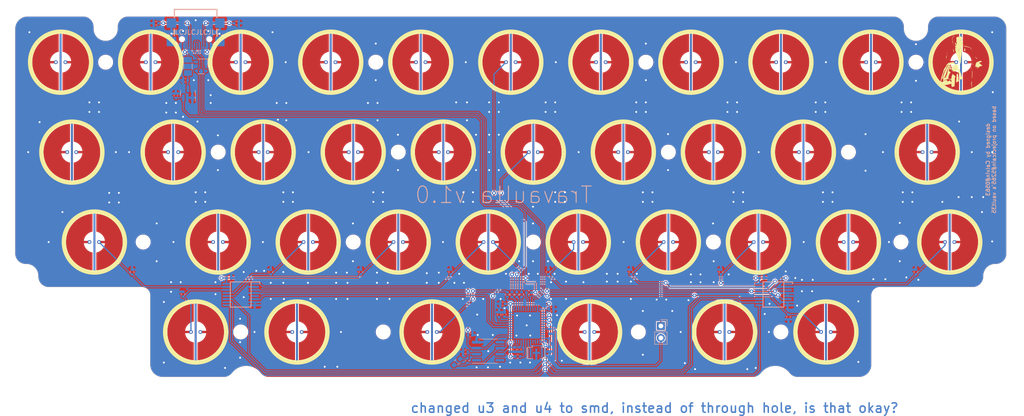
<source format=kicad_pcb>
(kicad_pcb (version 20221018) (generator pcbnew)
  (layers (0 "F.Cu" signal) (1 "In1.Cu" signal) (2 "In2.Cu" signal) (31 "B.Cu" signal) (34 "B.Paste" user) (35 "F.Paste" user) (36 "B.SilkS" user "B.Silkscreen") (37 "F.SilkS" user "F.Silkscreen") (38 "B.Mask" user) (39 "F.Mask" user) (44 "Edge.Cuts" user))
  (net 0 "")
  (net 1 "GND")
  (net 2 "D-")
  (net 3 "D+")
  (net 4 "VCC")
  (net 5 "+5V")
  (net 6 "Net-(U1-VCAP1)")
  (net 7 "NRST")
  (net 8 "APLEX_OUT_PIN_0")
  (net 9 "ROW0")
  (net 10 "ROW1")
  (net 11 "Net-(JP1-B)")
  (net 12 "VBAT")
  (net 13 "BOOT1")
  (net 14 "COL0")
  (net 15 "COL1")
  (net 16 "COL2")
  (net 17 "COL3")
  (net 18 "COL4")
  (net 19 "COL5")
  (net 20 "COL6")
  (net 21 "COL7")
  (net 22 "COL8")
  (net 23 "COL9")
  (net 24 "ROW2")
  (net 25 "ROW3")
  (net 26 "Net-(U1-PB12)")
  (net 27 "Net-(U1-PB15)")
  (net 28 "Net-(U1-PA10)")
  (net 29 "XTAL0")
  (net 30 "XTAL1")
  (net 31 "Net-(U1-PB14)")
  (net 32 "Net-(U1-PB13)")
  (net 33 "Net-(USB1-CC1)")
  (net 34 "Net-(USB1-CC2)")
  (net 39 "SWDIO")
  (net 40 "SWCLK")
  (net 41 "ADC")
  (net 43 "AMUX_SEL_2")
  (net 44 "AMUX_SEL_1")
  (net 45 "AMUX_SEL_0")
  (net 46 "BOOT0")
  (net 47 "APLEX_EN_PIN_1")
  (net 48 "APLEX_EN_PIN_0")
  (footprint "cipulot_parts:ecs_pad_1U_no_ring" (layer "F.Cu") (at 211.1375 76.2)
    (fp_text reference "SW20")
    (fp_text value "EC_SW" hide)
  )
  (footprint "cipulot_parts:HOLE_M2" (layer "F.Cu") (at 120.65 57.15)
    (fp_text reference "H2" hide)
    (fp_text value "MountingHole" hide)
  )
  (footprint "cipulot_parts:ecs_pad_1U_no_ring" (layer "F.Cu") (at 163.5125 95.25 180)
    (fp_text reference "SW27")
    (fp_text value "EC_SW" hide)
  )
  (footprint "cipulot_parts:HOLE_M2" (layer "F.Cu") (at 153.9875 95.25)
    (fp_text reference "H11" hide)
    (fp_text value "MountingHole" hide)
  )
  (footprint "cipulot_parts:ecs_pad_1U_no_ring" (layer "F.Cu") (at 115.8875 76.2)
    (fp_text reference "SW15")
    (fp_text value "EC_SW" hide)
  )
  (footprint "cipulot_parts:ecs_pad_1U_no_ring" (layer "F.Cu") (at 173.0375 76.2)
    (fp_text reference "SW18")
    (fp_text value "EC_SW" hide)
  )
  (footprint "cipulot_parts:ecs_pad_1U_no_ring" (layer "F.Cu") (at 53.975 57.15)
    (fp_text reference "SW1")
    (fp_text value "EC_SW" hide)
  )
  (footprint "cipulot_parts:ecs_pad_1U_no_ring" (layer "F.Cu") (at 206.375 57.15)
    (fp_text reference "SW9")
    (fp_text value "EC_SW" hide)
  )
  (footprint "cipulot_parts:ecs_pad_1U_no_ring" (layer "F.Cu") (at 182.5625 95.25 180)
    (fp_text reference "SW28")
    (fp_text value "EC_SW" hide)
  )
  (footprint "cipulot_parts:HOLE_M2" (layer "F.Cu") (at 63.5 57.15)
    (fp_text reference "H1" hide)
    (fp_text value "MountingHole" hide)
  )
  (footprint "cipulot_parts:ecs_pad_1U_no_ring" (layer "F.Cu") (at 111.125 57.15)
    (fp_text reference "SW4")
    (fp_text value "EC_SW" hide)
  )
  (footprint "cipulot_parts:ecs_pad_1U_no_ring" (layer "F.Cu") (at 153.9875 76.2)
    (fp_text reference "SW17")
    (fp_text value "EC_SW" hide)
  )
  (footprint "cipulot_parts:ecs_pad_1U_no_ring" (layer "F.Cu") (at 56.358 76.2)
    (fp_text reference "SW12")
    (fp_text value "EC_SW" hide)
  )
  (footprint "LOGO" (layer "F.Cu") (at 244.475 57.15)
    (fp_text reference "G***" hide)
    (fp_text value "LOGO" hide)
  )
  (footprint "cipulot_parts:ecs_pad_1U_no_ring" (layer "F.Cu") (at 87.3125 95.25 180)
    (fp_text reference "SW23")
    (fp_text value "EC_SW" hide)
  )
  (footprint "cipulot_parts:ecs_pad_1U_no_ring" (layer "F.Cu") (at 132.555 114.3 180)
    (fp_text reference "SW34")
    (fp_text value "EC_SW" hide)
  )
  (footprint "cipulot_parts:ecs_pad_1U_no_ring" (layer "F.Cu") (at 61.12 95.25)
    (fp_text reference "SW22")
    (fp_text value "EC_SW" hide)
  )
  (footprint "cipulot_parts:ecs_pad_1U_no_ring" (layer "F.Cu") (at 134.9375 76.2)
    (fp_text reference "SW16")
    (fp_text value "EC_SW" hide)
  )
  (footprint "cipulot_parts:ecs_pad_1U_no_ring" (layer "F.Cu") (at 96.8375 76.2)
    (fp_text reference "SW14")
    (fp_text value "EC_SW" hide)
  )
  (footprint "cipulot_parts:HOLE_M2" (layer "F.Cu") (at 71.4375 95.25)
    (fp_text reference "H9" hide)
    (fp_text value "MountingHole" hide)
  )
  (footprint "cipulot_parts:ecs_pad_1U_no_ring" (layer "F.Cu") (at 168.275 57.15)
    (fp_text reference "SW7")
    (fp_text value "EC_SW" hide)
  )
  (footprint "cipulot_parts:HOLE_M2" (layer "F.Cu") (at 231.775 95.25)
    (fp_text reference "H13" hide)
    (fp_text value "MountingHole" hide)
  )
  (footprint "cipulot_parts:ecs_pad_1U_no_ring" (layer "F.Cu") (at 106.3625 95.25 180)
    (fp_text reference "SW24")
    (fp_text value "EC_SW" hide)
  )
  (footprint "cipulot_parts:ecs_pad_1U_no_ring" (layer "F.Cu") (at 244.475 57.15)
    (fp_text reference "SW11")
    (fp_text value "EC_SW" hide)
  )
  (footprint "cipulot_parts:HOLE_M2" (layer "F.Cu") (at 87.3125 76.2)
    (fp_text reference "H5" hide)
    (fp_text value "MountingHole" hide)
  )
  (footprint "cipulot_parts:ecs_pad_1U_no_ring" (layer "F.Cu") (at 242.095 95.25 180)
    (fp_text reference "SW31")
    (fp_text value "EC_SW" hide)
  )
  (footprint "cipulot_parts:ecs_pad_1U_no_ring" (layer "F.Cu") (at 73.025 57.15)
    (fp_text reference "SW2")
    (fp_text value "EC_SW" hide)
  )
  (footprint "cipulot_parts:ecs_pad_1U_no_ring" (layer "F.Cu") (at 130.175 57.15)
    (fp_text reference "SW5")
    (fp_text value "EC_SW" hide)
  )
  (footprint "cipulot_parts:ecs_pad_1U_no_ring" (layer "F.Cu") (at 187.325 57.15)
    (fp_text reference "SW8")
    (fp_text value "EC_SW" hide)
  )
  (footprint "cipulot_parts:HOLE_M2" (layer "F.Cu") (at 115.8875 95.25)
    (fp_text reference "H10" hide)
    (fp_text value "MountingHole" hide)
  )
  (footprint "cipulot_parts:ecs_pad_1U_no_ring" (layer "F.Cu") (at 77.7875 76.2)
    (fp_text reference "SW13")
    (fp_text value "EC_SW" hide)
  )
  (footprint "cipulot_parts:ecs_pad_1U_no_ring" (layer "F.Cu") (at 237.33 76.2 180)
    (fp_text reference "SW21")
    (fp_text value "EC_SW" hide)
  )
  (footprint "cipulot_parts:HOLE_M2" (layer "F.Cu") (at 220.6625 76.2)
    (fp_text reference "H8" hide)
    (fp_text value "MountingHole" hide)
  )
  (footprint "cipulot_parts:HOLE_M2" (layer "F.Cu") (at 122.2375 114.3)
    (fp_text reference "H15" hide)
    (fp_text value "MountingHole" hide)
  )
  (footprint "cipulot_parts:HOLE_M2" (layer "F.Cu") (at 177.8 57.15)
    (fp_text reference "H3" hide)
    (fp_text value "MountingHole" hide)
  )
  (footprint "cipulot_parts:ecs_pad_1U_no_ring" (layer "F.Cu") (at 194.47 114.3 180)
    (fp_text reference "SW36")
    (fp_text value "EC_SW" hide)
  )
  (footprint "cipulot_parts:ecs_pad_1U_no_ring" (layer "F.Cu") (at 165.892 114.3 180)
    (fp_text reference "SW35")
    (fp_text value "EC_SW" hide)
  )
  (footprint "cipulot_parts:HOLE_M2" (layer "F.Cu") (at 206.375 114.3)
    (fp_text reference "H17" hide)
    (fp_text value "MountingHole" hide)
  )
  (footprint "cipulot_parts:ecs_pad_1U_no_ring" (layer "F.Cu") (at 125.4125 95.25 180)
    (fp_text reference "SW25")
    (fp_text value "EC_SW" hide)
  )
  (footprint "cipulot_parts:ecs_pad_1U_no_ring" (layer "F.Cu") (at 103.98 114.3 180)
    (fp_text reference "SW33")
    (fp_text value "EC_SW" hide)
  )
  (footprint "cipulot_parts:HOLE_M2" (layer "F.Cu") (at 234.95 57.15)
    (fp_text reference "H4" hide)
    (fp_text value "MountingHole" hide)
  )
  (footprint "cipulot_parts:ecs_pad_1U_no_ring" (layer "F.Cu") (at 82.55 114.3 180)
    (fp_text reference "SW32")
    (fp_text value "EC_SW" hide)
  )
  (footprint "cipulot_parts:HOLE_M2" (layer "F.Cu") (at 125.4125 76.2)
    (fp_text reference "H6" hide)
    (fp_text value "MountingHole" hide)
  )
  (footprint "cipulot_parts:ecs_pad_1U_no_ring" (layer "F.Cu") (at 92.075 57.15)
    (fp_text reference "SW3")
    (fp_text value "EC_SW" hide)
  )
  (footprint "cipulot_parts:ecs_pad_1U_no_ring" (layer "F.Cu") (at 144.4625 95.25 180)
    (fp_text reference "SW26")
    (fp_text value "EC_SW" hide)
  )
  (footprint "cipulot_parts:HOLE_M2" (layer "F.Cu") (at 176.2125 114.3)
    (fp_text reference "H16" hide)
    (fp_text value "MountingHole" hide)
  )
  (footprint "cipulot_parts:HOLE_M2" (layer "F.Cu") (at 192.0875 95.25)
    (fp_text reference "H12" hide)
    (fp_text value "MountingHole" hide)
  )
  (footprint "cipulot_parts:ecs_pad_1U_no_ring" (layer "F.Cu") (at 149.225 57.15)
    (fp_text reference "SW6")
    (fp_text value "EC_SW" hide)
  )
  (footprint "cipulot_parts:ecs_pad_1U_no_ring" (layer "F.Cu") (at 220.6625 95.25 180)
    (fp_text reference "SW30")
    (fp_text value "EC_SW" hide)
  )
  (footprint "cipulot_parts:ecs_pad_1U_no_ring" (layer "F.Cu") (at 201.6125 95.25 180)
    (fp_text reference "SW29")
    (fp_text value "EC_SW" hide)
  )
  (footprint "cipulot_parts:ecs_pad_1U_no_ring" (layer "F.Cu") (at 215.9 114.3 180)
    (fp_text reference "SW37")
    (fp_text value "EC_SW" hide)
  )
  (footprint "cipulot_parts:ecs_pad_1U_no_ring" (layer "F.Cu") (at 225.425 57.15)
    (fp_text reference "SW10")
    (fp_text value "EC_SW" hide)
  )
  (footprint "cipulot_parts:HOLE_M2" (layer "F.Cu") (at 182.5625 76.2)
    (fp_text reference "H7" hide)
    (fp_text value "MountingHole" hide)
  )
  (footprint "cipulot_parts:HOLE_M2" (layer "F.Cu") (at 92.075 114.3)
    (fp_text reference "H14" hide)
    (fp_text value "MountingHole" hide)
  )
  (footprint "cipulot_parts:ecs_pad_1U_no_ring" (layer "F.Cu") (at 192.0875 76.2)
    (fp_text reference "SW19")
    (fp_text value "EC_SW" hide)
  )
  (footprint "Crystal:Resonator_SMD_Murata_CSTxExxV-3Pin_3.0x1.1mm" (layer "B.Cu") (at 154.616 118.745)
    (fp_text reference "Y1" hide)
    (fp_text value "16 MHz")
  )
  (footprint "Capacitor_SMD:C_0402_1005Metric" (layer "B.Cu") (at 147.504 108.331 180)
    (fp_text reference "C7" hide)
    (fp_text value "100n")
  )
  (footprint "Capacitor_SMD:C_0402_1005Metric" (layer "B.Cu") (at 202.311 102.87)
    (fp_text reference "C12" hide)
    (fp_text value "0.1u")
  )
  (footprint "Capacitor_SMD:C_0402_1005Metric" (layer "B.Cu") (at 149.031 118.02 -90)
    (fp_text reference "C15" hide)
    (fp_text value "0.1u")
  )
  (footprint "Package_SO:SOIC-8_3.9x4.9mm_P1.27mm" (layer "B.Cu") (at 144.460375 118.364)
    (fp_text reference "U5" hide)
    (fp_text value "OPA350")
  )
  (footprint "Resistor_SMD:R_0402_1005Metric" (layer "B.Cu") (at 146.742 110.617 -90)
    (fp_text reference "R7" hide)
    (fp_text value "10k")
  )
  (footprint "Resistor_SMD:R_0402_1005Metric" (layer "B.Cu") (at 98.425 101.6 90)
    (fp_text reference "R11" hide)
    (fp_text value "100k")
  )
  (footprint "Resistor_SMD:R_0402_1005Metric" (layer "B.Cu") (at 151.511 106.387 -90)
    (fp_text reference "R2" hide)
    (fp_text value "100")
  )
  (footprint "Capacitor_SMD:C_0402_1005Metric" (layer "B.Cu") (at 157.791 115.663994)
    (fp_text reference "C9" hide)
    (fp_text value "100n")
  )
  (footprint "Resistor_SMD:R_0402_1005Metric" (layer "B.Cu") (at 153.035 105.918)
    (fp_text reference "R4" hide)
    (fp_text value "100k")
  )
  (footprint "Resistor_SMD:R_0402_1005Metric" (layer "B.Cu") (at 157.1625 101.6 90)
    (fp_text reference "R12" hide)
    (fp_text value "100k")
  )
  (footprint "Resistor_SMD:R_0402_1005Metric" (layer "B.Cu") (at 69.088 101.6 90)
    (fp_text reference "R15" hide)
    (fp_text value "100k")
  )
  (footprint "Capacitor_SMD:C_0402_1005Metric" (layer "B.Cu") (at 151.063 118.02 -90)
    (fp_text reference "C11" hide)
    (fp_text value "1u")
  )
  (footprint "Resistor_SMD:R_0402_1005Metric" (layer "B.Cu") (at 79.883 106.299 90)
    (fp_text reference "R13" hide)
    (fp_text value "100k")
  )
  (footprint "Capacitor_SMD:C_0402_1005Metric" (layer "B.Cu") (at 157.791 109.474)
    (fp_text reference "C8" hide)
    (fp_text value "100n")
  )
  (footprint "Resistor_SMD:R_0402_1005Metric" (layer "B.Cu") (at 174.625 101.6 90)
    (fp_text reference "R10" hide)
    (fp_text value "100k")
  )
  (footprint "cipulot_parts:TSSOP16" (layer "B.Cu") (at 204.7875 106.3625 -90)
    (fp_text reference "U3")
    (fp_text value "74HC4051")
  )
  (footprint "Package_DFN_QFN:QFN-48-1EP_7x7mm_P0.5mm_EP5.6x5.6mm" (layer "B.Cu") (at 152.646 112.903 90)
    (fp_text reference "U1" hide)
    (fp_text value "STM32F411CCUx")
  )
  (footprint "Resistor_SMD:R_0402_1005Metric" (layer "B.Cu") (at 148.463 106.387 90)
    (fp_text reference "R1" hide)
    (fp_text value "100")
  )
  (footprint "Resistor_SMD:R_0402_1005Metric" (layer "B.Cu") (at 234.95 101.6 90)
    (fp_text reference "R16" hide)
    (fp_text value "100k")
  )
  (footprint "Capacitor_SMD:C_0402_1005Metric" (layer "B.Cu") (at 140.650375 114.935 180)
    (fp_text reference "C14" hide)
    (fp_text value "220p")
  )
  (footprint "Resistor_SMD:R_0402_1005Metric" (layer "B.Cu") (at 149.479 106.387 90)
    (fp_text reference "R9" hide)
    (fp_text value "100")
  )
  (footprint "Capacitor_SMD:C_0402_1005Metric" (layer "B.Cu") (at 89.587153 102.878779)
    (fp_text reference "C13" hide)
    (fp_text value "0.1u")
  )
  (footprint "Resistor_SMD:R_0402_1005Metric" (layer "B.Cu") (at 140.015375 120.396 -90)
    (fp_text reference "R21" hide)
    (fp_text value "100")
  )
  (footprint "Capacitor_SMD:C_0402_1005Metric" (layer "B.Cu") (at 78.359 64.262 90)
    (fp_text reference "C5" hide)
    (fp_text value "1u")
  )
  (footprint "Resistor_SMD:R_0402_1005Metric" (layer "B.Cu") (at 193.675 101.6 90)
    (fp_text reference "R20" hide)
    (fp_text value "100k")
  )
  (footprint "Resistor_SMD:R_0402_1005Metric" (layer "B.Cu") (at 139.634375 118.491 180)
    (fp_text reference "R23" hide)
    (fp_text value "1k")
  )
  (footprint "Resistor_SMD:R_0402_1005Metric" (layer "B.Cu") (at 207.9625 111.125 -90)
    (fp_text reference "R14" hide)
    (fp_text value "100k")
  )
  (footprint "Resistor_SMD:R_0402_1005Metric" (layer "B.Cu") (at 150.679 119.507)
    (fp_text reference "R6" hide)
    (fp_text value "10k")
  )
  (footprint "Fuse:Fuse_1206_3216Metric" (layer "B.Cu") (at 80.899 58.039 -90)
    (fp_text reference "F_USBC1" hide)
    (fp_text value "500mA")
  )
  (footprint "Package_TO_SOT_SMD:SOT-143" (layer "B.Cu") (at 83.693 58.039 180)
    (fp_text reference "D1" hide)
    (fp_text value "PRTR5V0U2X")
  )
  (footprint "Resistor_SMD:R_0402_1005Metric" (layer "B.Cu") (at 74.168 48.895)
    (fp_text reference "R18" hide)
    (fp_text value "5.1k")
  )
  (footprint "Resistor_SMD:R_0402_1005Metric" (layer "B.Cu") (at 157.41 114.173 -90)
    (fp_text reference "R3" hide)
    (fp_text value "10k")
  )
  (footprint "Resistor_SMD:R_0402_1005Metric" (layer "B.Cu") (at 150.495 106.387 -90)
    (fp_text reference "R8" hide)
    (fp_text value "100")
  )
  (footprint "Capacitor_SMD:C_0402_1005Metric" (layer "B.Cu") (at 147.885 110.617 90)
    (fp_text reference "C1" hide)
    (fp_text value "4.7u")
  )
  (footprint "Capacitor_SMD:C_0402_1005Metric" (layer "B.Cu") (at 80.391 60.96 180)
    (fp_text reference "C4" hide)
    (fp_text value "1u")
  )
  (footprint "cipulot_parts:TSSOP16" (layer "B.Cu") (at 92.075 106.3625 -90)
    (fp_text reference "U4")
    (fp_text value "74HC4051")
  )
  (footprint "Connector_PinHeader_2.54mm:PinHeader_1x02_P2.54mm_Vertical" (layer "B.Cu") (at 180.975 113.025 180)
    (fp_text reference "SW38" hide)
    (fp_text value "BOOT0")
  )
  (footprint "Capacitor_SMD:C_0402_1005Metric" (layer "B.Cu") (at 157.41 117.983 -90)
    (fp_text reference "C6" hide)
    (fp_text value "100n")
  )
  (footprint "Package_TO_SOT_SMD:SOT-23" (layer "B.Cu") (at 80.899 63.754 90)
    (fp_text reference "U2" hide)
    (fp_text value "XC6206PxxxMR")
  )
  (footprint "Resistor_SMD:R_0603_1608Metric_Pad0.98x0.95mm_HandSolder" (layer "B.Cu") (at 137.856375 120.65 45)
    (fp_text reference "JP1" hide)
    (fp_text value "Ext_Res")
  )
  (footprint "cipulot_parts:TYPEC-304YSSW-ACP16" (layer "B.Cu") (at 82.55 45.974)
    (fp_text reference "USB1" hide)
    (fp_text value "TYPEC-304YSSW-ACP16")
  )
  (footprint "Resistor_SMD:R_0402_1005Metric" (layer "B.Cu") (at 136.525 101.6 90)
    (fp_text reference "R19" hide)
    (fp_text value "100k")
  )
  (footprint "Resistor_SMD:R_0402_1005Metric" (layer "B.Cu") (at 91.186 48.895)
    (fp_text reference "R24" hide)
    (fp_text value "5.1k")
  )
  (footprint "Capacitor_SMD:C_0402_1005Metric" (layer "B.Cu") (at 150.047 118.02 -90)
    (fp_text reference "C10" hide)
    (fp_text value "100n")
  )
  (footprint "Resistor_SMD:R_0402_1005Metric" (layer "B.Cu") (at 117.475 101.6 90)
    (fp_text reference "R17" hide)
    (fp_text value "100k")
  )
  (gr_arc locked (start 237.500001 49.675) (mid 238.144372 48.119371) (end 239.7 47.475001) (stroke (width 0.05)) (layer "Edge.Cuts"))
  (gr_line locked (start 85.470568 47.474999) (end 79.640568 47.474999) (stroke (width 0.05)) (layer "Edge.Cuts"))
  (gr_arc locked (start 90.257292 122.969097) (mid 93.265625 121.49072) (end 96.273958 122.969097) (stroke (width 0.05)) (layer "Edge.Cuts"))
  (gr_line locked (start 72.95 106.575) (end 72.95 121.224999) (stroke (width 0.05)) (layer "Edge.Cuts"))
  (gr_line locked (start 98.015625 123.825) (end 200.434375 123.825) (stroke (width 0.05)) (layer "Edge.Cuts"))
  (gr_line locked (start 251.474999 47.474999) (end 239.7 47.475001) (stroke (width 0.05)) (layer "Edge.Cuts"))
  (gr_line locked (start 46.575 99.884) (end 46.716 99.884) (stroke (width 0.05)) (layer "Edge.Cuts"))
  (gr_arc locked (start 66.05 49.675) (mid 66.694371 48.119372) (end 68.249999 47.474999) (stroke (width 0.05)) (layer "Edge.Cuts"))
  (gr_line locked (start 209.934375 123.825) (end 222.9 123.825) (stroke (width 0.05)) (layer "Edge.Cuts"))
  (gr_arc locked (start 202.176041 122.969097) (mid 205.184375 121.490719) (end 208.192708 122.969097) (stroke (width 0.05)) (layer "Edge.Cuts"))
  (gr_arc locked (start 230.200001 47.474999) (mid 231.755646 48.119357) (end 232.4 49.675) (stroke (width 0.05)) (layer "Edge.Cuts"))
  (gr_arc locked (start 66.05 50.075) (mid 63.499999 52.624976) (end 60.949999 50.074999) (stroke (width 0.05)) (layer "Edge.Cuts"))
  (gr_line locked (start 225.5 121.224999) (end 225.5 106.575) (stroke (width 0.05)) (layer "Edge.Cuts"))
  (gr_line locked (start 249.184374 102.574999) (end 249.184374 102.433999) (stroke (width 0.05)) (layer "Edge.Cuts"))
  (gr_line locked (start 58.75 47.475001) (end 46.975 47.474999) (stroke (width 0.05)) (layer "Edge.Cuts"))
  (gr_arc locked (start 249.184374 102.574999) (mid 248.54 104.130605) (end 246.984375 104.774998) (stroke (width 0.05)) (layer "Edge.Cuts"))
  (gr_arc locked (start 71.150001 104.774999) (mid 72.422802 105.302199) (end 72.95 106.575) (stroke (width 0.05)) (layer "Edge.Cuts"))
  (gr_line locked (start 232.4 50.075) (end 232.4 49.675) (stroke (width 0.05)) (layer "Edge.Cuts"))
  (gr_arc locked (start 202.176041 122.969097) (mid 201.404683 123.599469) (end 200.434375 123.825) (stroke (width 0.05)) (layer "Edge.Cuts"))
  (gr_line locked (start 254.075 97.684) (end 254.075 50.075) (stroke (width 0.05)) (layer "Edge.Cuts"))
  (gr_line locked (start 60.949999 50.074999) (end 60.949999 49.675) (stroke (width 0.05)) (layer "Edge.Cuts"))
  (gr_line locked (start 227.299999 104.774999) (end 246.984375 104.774998) (stroke (width 0.05)) (layer "Edge.Cuts"))
  (gr_line locked (start 230.200001 47.474999) (end 85.470568 47.474999) (stroke (width 0.05)) (layer "Edge.Cuts"))
  (gr_arc locked (start 225.5 106.575) (mid 226.027214 105.302214) (end 227.299999 104.774999) (stroke (width 0.05)) (layer "Edge.Cuts"))
  (gr_arc locked (start 225.5 121.224999) (mid 224.738484 123.063483) (end 222.9 123.825) (stroke (width 0.05)) (layer "Edge.Cuts"))
  (gr_arc locked (start 90.257292 122.969097) (mid 89.485929 123.599459) (end 88.515625 123.825) (stroke (width 0.05)) (layer "Edge.Cuts"))
  (gr_arc locked (start 46.716 99.884) (mid 48.519131 100.630869) (end 49.266 102.433999) (stroke (width 0.05)) (layer "Edge.Cuts"))
  (gr_line locked (start 79.640568 47.474999) (end 68.249999 47.474999) (stroke (width 0.05)) (layer "Edge.Cuts"))
  (gr_arc locked (start 251.474999 47.474999) (mid 253.313488 48.236514) (end 254.075 50.075) (stroke (width 0.05)) (layer "Edge.Cuts"))
  (gr_line locked (start 75.55 123.825) (end 88.515625 123.825) (stroke (width 0.05)) (layer "Edge.Cuts"))
  (gr_arc locked (start 44.375 50.075) (mid 45.136508 48.236507) (end 46.975 47.474999) (stroke (width 0.05)) (layer "Edge.Cuts"))
  (gr_arc locked (start 237.500001 50.074999) (mid 234.950005 52.624958) (end 232.4 50.075) (stroke (width 0.05)) (layer "Edge.Cuts"))
  (gr_line locked (start 44.375 50.075) (end 44.375 97.684) (stroke (width 0.05)) (layer "Edge.Cuts"))
  (gr_arc locked (start 209.934375 123.825) (mid 208.964047 123.599508) (end 208.192708 122.969097) (stroke (width 0.05)) (layer "Edge.Cuts"))
  (gr_arc locked (start 75.55 123.825) (mid 73.711531 123.063469) (end 72.95 121.224999) (stroke (width 0.05)) (layer "Edge.Cuts"))
  (gr_arc locked (start 254.075 97.684) (mid 253.430641 99.23964) (end 251.875 99.884) (stroke (width 0.05)) (layer "Edge.Cuts"))
  (gr_arc locked (start 98.015625 123.825) (mid 97.045319 123.599465) (end 96.273958 122.969097) (stroke (width 0.05)) (layer "Edge.Cuts"))
  (gr_line locked (start 251.734375 99.884) (end 251.875 99.884) (stroke (width 0.05)) (layer "Edge.Cuts"))
  (gr_arc locked (start 51.466 104.774999) (mid 49.910375 104.130625) (end 49.266 102.575) (stroke (width 0.05)) (layer "Edge.Cuts"))
  (gr_line locked (start 66.05 49.675) (end 66.05 50.075) (stroke (width 0.05)) (layer "Edge.Cuts"))
  (gr_arc locked (start 58.75 47.475001) (mid 60.305643 48.119357) (end 60.949999 49.675) (stroke (width 0.05)) (layer "Edge.Cuts"))
  (gr_line locked (start 237.500001 49.675) (end 237.500001 50.074999) (stroke (width 0.05)) (layer "Edge.Cuts"))
  (gr_line locked (start 49.266 102.433999) (end 49.266 102.575) (stroke (width 0.05)) (layer "Edge.Cuts"))
  (gr_arc locked (start 46.575 99.884) (mid 45.019374 99.239626) (end 44.375 97.684) (stroke (width 0.05)) (layer "Edge.Cuts"))
  (gr_line locked (start 51.466 104.774999) (end 71.150001 104.774999) (stroke (width 0.05)) (layer "Edge.Cuts"))
  (gr_arc locked (start 249.184374 102.433999) (mid 249.931233 100.630857) (end 251.734375 99.884) (stroke (width 0.05)) (layer "Edge.Cuts"))
  (gr_text "changed u3 and u4 to smd, instead of through hole, is that okay?" (at 127.889 131.572) (layer "B.Cu") (effects (font (size 2 2) (thickness 0.3) bold) (justify left bottom)))
  (gr_text "JLCJLCJLCJLC" (at 82.55 50.8) (layer "B.SilkS") (effects (font (size 1 1))))
  (gr_text "designed by Calvin#0563\nbased on projectcain#5265's vault35\n" (at 250.825 77.7875 90) (layer "B.SilkS") (effects (font (size 0.8 0.8)) (justify mirror)))
  (gr_text "Travaulta v1.0" (at 166.6875 87.3125) (layer "B.SilkS") (effects (font (size 3.5 3.5) (thickness 0.2)) (justify left bottom mirror)))
  (via (at 74.295 91.313) (size 0.8) (drill 0.4) (layers "F.Cu" "B.Cu") (net 1))
  (via (at 188.214 122.174) (size 0.8) (drill 0.4) (layers "F.Cu" "B.Cu") (net 1))
  (via (at 151.003 99.314) (size 0.8) (drill 0.4) (layers "F.Cu" "B.Cu") (net 1))
  (via (at 248.92 88.9) (size 0.8) (drill 0.4) (layers "F.Cu" "B.Cu") (net 1))
  (via (at 92.71 106.934) (size 0.8) (drill 0.4) (layers "F.Cu" "B.Cu") (net 1))
  (via (at 196.342 86.741) (size 0.8) (drill 0.4) (layers "F.Cu" "B.Cu") (net 1))
  (via (at 97.028 101.346) (size 0.8) (drill 0.4) (layers "F.Cu" "B.Cu") (net 1))
  (via (at 177.165 109.855) (size 0.8) (drill 0.4) (layers "F.Cu" "B.Cu") (net 1))
  (via (at 101.727 69.469) (size 0.8) (drill 0.4) (layers "F.Cu" "B.Cu") (net 1))
  (via (at 106.807 107.315) (size 0.8) (drill 0.4) (layers "F.Cu" "B.Cu") (net 1))
  (via (at 85.217 50.546) (size 0.8) (drill 0.4) (layers "F.Cu" "B.Cu") (net 1))
  (via (at 233.934 67.691) (size 0.8) (drill 0.4) (layers "F.Cu" "B.Cu") (net 1))
  (via (at 87.249 80.01) (size 0.8) (drill 0.4) (layers "F.Cu" "B.Cu") (net 1))
  (via (at 79.375 103.759) (size 0.8) (drill 0.4) (layers "F.Cu" "B.Cu") (net 1))
  (via (at 146.939 121.666) (size 0.8) (drill 0.4) (layers "F.Cu" "B.Cu") (net 1))
  (via (at 47.117 76.2) (size 0.8) (drill 0.4) (layers "F.Cu" "B.Cu") (net 1))
  (via (at 131.445 101.854) (size 0.8) (drill 0.4) (layers "F.Cu" "B.Cu") (net 1))
  (via (at 169.545 103.632) (size 0.8) (drill 0.4) (layers "F.Cu" "B.Cu") (net 1))
  (via (at 196.342 84.709) (size 0.8) (drill 0.4) (layers "F.Cu" "B.Cu") (net 1))
  (via (at 77.43 51.094) (size 0.8) (drill 0.4) (layers "F.Cu" "B.Cu") (net 1))
  (via (at 112.268 107.315) (size 0.8) (drill 0.4) (layers "F.Cu" "B.Cu") (net 1))
  (via (at 232.156 86.741) (size 0.8) (drill 0.4) (layers "F.Cu" "B.Cu") (net 1))
  (via (at 182.499 80.01) (size 0.8) (drill 0.4) (layers "F.Cu" "B.Cu") (net 1))
  (via (at 77.343 105.791) (size 0.8) (drill 0.4) (layers "F.Cu" "B.Cu") (net 1))
  (via (at 76.327 67.818) (size 0.8) (drill 0.4) (layers "F.Cu" "B.Cu") (net 1))
  (via (at 186.055 120.904) (size 0.8) (drill 0.4) (layers "F.Cu" "B.Cu") (net 1))
  (via (at 113.284 114.3) (size 0.8) (drill 0.4) (layers "F.Cu" "B.Cu") (net 1))
  (via (at 215.773 67.691) (size 0.8) (drill 0.4) (layers "F.Cu" "B.Cu") (net 1))
  (via (at 171.831 101.981) (size 0.8) (drill 0.4) (layers "F.Cu" "B.Cu") (net 1))
  (via (at 195.072 67.691) (size 0.8) (drill 0.4) (layers "F.Cu" "B.Cu") (net 1))
  (via (at 144.653 76.2) (size 0.8) (drill 0.4) (layers "F.Cu" "B.Cu") (net 1))
  (via (at 251.079 76.2) (size 0.8) (drill 0.4) (layers "F.Cu" "B.Cu") (net 1))
  (via (at 114.681 103.886) (size 0.8) (drill 0.4) (layers "F.Cu" "B.Cu") (net 1))
  (via (at 82.55 86.741) (size 0.8) (drill 0.4) (layers "F.Cu" "B.Cu") (net 1))
  (via (at 142.113 110.617) (size 0.8) (drill 0.4) (layers "F.Cu" "B.Cu") (net 1))
  (via (at 231.521 99.314) (size 0.8) (drill 0.4) (layers "F.Cu" "B.Cu") (net 1))
  (via (at 160.909 107.315) (size 0.8) (drill 0.4) (layers "F.Cu" "B.Cu") (net 1))
  (via (at 114.554 101.727) (size 0.8) (drill 0.4) (layers "F.Cu" "B.Cu") (net 1))
  (via (at 231.902 67.691) (size 0.8) (drill 0.4) (layers "F.Cu" "B.Cu") (net 1))
  (via (at 118.999 65.786) (size 0.8) (drill 0.4) (layers "F.Cu" "B.Cu") (net 1))
  (via (at 189.357 103.759) (size 0.8) (drill 0.4) (layers "F.Cu" "B.Cu") (net 1))
  (via (at 75.819 120.777) (size 0.8) (drill 0.4) (layers "F.Cu" "B.Cu") (net 1))
  (via (at 137.668 65.659) (size 0.8) (drill 0.4) (layers "F.Cu" "B.Cu") (net 1))
  (via (at 84.582 86.741) (size 0.8) (drill 0.4) (layers "F.Cu" "B.Cu") (net 1))
  (via (at 173.101 95.25) (size 0.8) (drill 0.4) (layers "F.Cu" "B.Cu") (net 1))
  (via (at 141.859 80.01) (size 0.8) (drill 0.4) (layers "F.Cu" "B.Cu") (net 1))
  (via (at 120.904 107.315) (size 0.8) (drill 0.4) (layers "F.Cu" "B.Cu") (net 1))
  (via (at 152.584 112.903) (size 0.8) (drill 0.4) (layers "F.Cu" "B.Cu") (net 1))
  (via (at 144.460375 118.364) (size 0.8) (drill 0.4) (layers "F.Cu" "B.Cu") (net 1))
  (via (at 47.371 50.8) (size 0.8) (drill 0.4) (layers "F.Cu" "B.Cu") (net 1))
  (via (at 99.695 65.786) (size 0.8) (drill 0.4) (layers "F.Cu" "B.Cu") (net 1))
  (via (at 210.82 103.251) (size 0.8) (drill 0.4) (layers "F.Cu" "B.Cu") (net 1))
  (via (at 199.263 122.174) (size 0.8) (drill 0.4) (layers "F.Cu" "B.Cu") (net 1))
  (via (at 195.072 65.659) (size 0.8) (drill 0.4) (layers "F.Cu" "B.Cu") (net 1))
  (via (at 231.902 65.659) (size 0.8) (drill 0.4) (layers "F.Cu" "B.Cu") (net 1))
  (via (at 234.95 61.087) (size 0.8) (drill 0.4) (layers "F.Cu" "B.Cu") (net 1))
  (via (at 144.653 65.659) (size 0.8) (drill 0.4) (layers "F.Cu" "B.Cu") (net 1))
  (via (at 139.7 57.15) (size 0.8) (drill 0.4) (layers "F.Cu" "B.Cu") (net 1))
  (via (at 153.035 101.981) (size 0.8) (drill 0.4) (layers "F.Cu" "B.Cu") (net 1))
  (via (at 233.934 65.659) (size 0.8) (drill 0.4) (layers "F.Cu" "B.Cu") (net 1))
  (via (at 139.954 65.659) (size 0.8) (drill 0.4) (layers "F.Cu" "B.Cu") (net 1))
  (via (at 139.192 86.741) (size 0.8) (drill 0.4) (layers "F.Cu" "B.Cu") (net 1))
  (via (at 232.156 84.709) (size 0.8) (drill 0.4) (layers "F.Cu" "B.Cu") (net 1))
  (via (at 66.294 86.868) (size 0.8) (drill 0.4) (layers "F.Cu" "B.Cu") (net 1))
  (via (at 158.75 57.15) (size 0.8) (drill 0.4) (layers "F.Cu" "B.Cu") (net 1))
  (via (at 123.571 107.315) (size 0.8) (drill 0.4) (layers "F.Cu" "B.Cu") (net 1))
  (via (at 215.9 57.15) (size 0.8) (drill 0.4) (layers "F.Cu" "B.Cu") (net 1))
  (via (at 62.103 67.691) (size 0.8) (drill 0.4) (layers "F.Cu" "B.Cu") (net 1))
  (via (at 187.325 102.108) (size 0.8) (drill 0.4) (layers "F.Cu" "B.Cu") (net 1))
  (via (at 213.741 67.691) (size 0.8) (drill 0.4) (layers "F.Cu" "B.Cu") (net 1))
  (via (at 196.85 57.15) (size 0.8) (drill 0.4) (layers "F.Cu" "B.Cu") (net 1))
  (via (at 106.426 76.2) (size 0.8) (drill 0.4) (layers "F.Cu" "B.Cu") (net 1))
  (via (at 153.289 120.777) (size 0.8) (drill 0.4) (layers "F.Cu" "B.Cu") (net 1))
  (via (at 123.19 103.886) (size 0.8) (drill 0.4) (layers "F.Cu" "B.Cu") (net 1))
  (via (at 159.004 110.744) (size 0.8) (drill 0.4) (layers "F.Cu" "B.Cu") (net 1))
  (via (at 198.374 86.741) (size 0.8) (drill 0.4) (layers "F.Cu" "B.Cu") (net 1))
  (via (at 138.303 101.981) (size 0.8) (drill 0.4) (layers "F.Cu" "B.Cu") (net 1))
  (via (at 120.904 101.727) (size 0.8) (drill 0.4) (layers "F.Cu" "B.Cu") (net 1))
  (via (at 158.623 67.691) (size 0.8) (drill 0.4) (layers "F.Cu" "B.Cu") (net 1))
  (via (at 174.625 103.632) (size 0.8) (drill 0.4) (layers "F.Cu" "B.Cu") (net 1))
  (via (at 144.653 72.517) (size 0.8) (drill 0.4) (layers "F.Cu" "B.Cu") (net 1))
  (via (at 125.349 80.01) (size 0.8) (drill 0.4) (layers "F.Cu" "B.Cu") (net 1))
  (via (at 109.855 121.666) (size 0.8) (drill 0.4) (layers "F.Cu" "B.Cu") (net 1))
  (via (at 177.8 53.213) (size 0.8) (drill 0.4) (layers "F.Cu" "B.Cu") (net 1))
  (via (at 213.741 65.659) (size 0.8) (drill 0.4) (layers "F.Cu" "B.Cu") (net 1))
  (via (at 251.079 50.8) (size 0.8) (drill 0.4) (layers "F.Cu" "B.Cu") (net 1))
  (via (at 164.592 103.759) (size 0.8) (drill 0.4) (layers "F.Cu" "B.Cu") (net 1))
  (via (at 101.092 84.709) (size 0.8) (drill 0.4) (layers "F.Cu" "B.Cu") (net 1))
  (via (at 179.197 84.709) (size 0.8) (drill 0.4) (layers "F.Cu" "B.Cu") (net 1))
  (via (at 197.104 65.659) (size 0.8) (drill 0.4) (layers "F.Cu" "B.Cu") (net 1))
  (via (at 82.55 84.709) (size 0.8) (drill 0.4) (layers "F.Cu" "B.Cu") (net 1))
  (via (at 82.169 60.96) (size 0.8) (drill 0.4) (layers "F.Cu" "B.Cu") (net 1))
  (via (at 101.092 86.741) (size 0.8) (drill 0.4) (layers "F.Cu" "B.Cu") (net 1))
  (via (at 101.092 101.6) (size 0.8) (drill 0.4) (layers "F.Cu" "B.Cu") (net 1))
  (via (at 134.874 95.25) (size 0.8) (drill 0.4) (layers "F.Cu" "B.Cu") (net 1))
  (via (at 85.217 60.96) (size 0.8) (drill 0.4) (layers "F.Cu" "B.Cu") (net 1))
  (via (at 103.124 84.709) (size 0.8) (drill 0.4) (layers "F.Cu" "B.Cu") (net 1))
  (via (at 215.265 86.741) (size 0.8) (drill 0.4) (layers "F.Cu" "B.Cu") (net 1))
  (via (at 160.909 103.632) (size 0.8) (drill 0.4) (layers "F.Cu" "B.Cu") (net 1))
  (via (at 60.071 67.691) (size 0.8) (drill 0.4) (layers "F.Cu" "B.Cu") (net 1))
  (via (at 133.985 101.727) (size 0.8) (drill 0.4) (layers "F.Cu" "B.Cu") (net 1))
  (via (at 133.985 103.886) (size 0.8) (drill 0.4) (layers "F.Cu" "B.Cu") (net 1))
  (via (at 51.435 95.25) (size 0.8) (drill 0.4) (layers "F.Cu" "B.Cu") (net 1))
  (via (at 96.774 95.25) (size 0.8) (drill 0.4) (layers "F.Cu" "B.Cu") (net 1))
  (via (at 251.206 63.5) (size 0.8) (drill 0.4) (layers "F.Cu" "B.Cu") (net 1))
  (via (at 101.092 103.886) (size 0.8) (drill 0.4) (layers "F.Cu" "B.Cu") (net 1))
  (via (at 222.758 120.65) (size 0.8) (drill 0.4) (layers "F.Cu" "B.Cu") (net 1))
  (via (at 244.094 69.723) (size 0.8) (drill 0.4) (layers "F.Cu" "B.Cu") (net 1))
  (via (at 201.041 121.92) (size 0.8) (drill 0.4) (layers "F.Cu" "B.Cu") (net 1))
  (via (at 77.343 103.759) (size 0.8) (drill 0.4) (layers "F.Cu" "B.Cu") (net 1))
  (via (at 177.165 86.741) (size 0.8) (drill 0.4) (layers "F.Cu" "B.Cu") (net 1))
  (via (at 121.031 69.469) (size 0.8) (drill 0.4) (layers "F.Cu" "B.Cu") (net 1))
  (via (at 246.761 85.725) (size 0.8) (drill 0.4) (layers "F.Cu" "B.Cu") (net 1))
  (via (at 49.53 69.85) (size 0.8) (drill 0.4) (layers "F.Cu" "B.Cu") (net 1))
  (via (at 139.065 107.315) (size 0.8) (drill 0.4) (layers "F.Cu" "B.Cu") (net 1))
  (via (at 137.287 103.886) (size 0.8) (drill 0.4) (layers "F.Cu" "B.Cu") (net 1))
  (via (at 158.496 101.981) (size 0.8) (drill 0.4) (layers "F.Cu" "B.Cu") (net 1))
  (via (at 112.268 103.886) (size 0.8) (drill 0.4) (layers "F.Cu" "B.Cu") (net 1))
  (via (at 139.954 69.469) (size 0.8) (drill 0.4) (layers "F.Cu" "B.Cu") (net 1))
  (via (at 62.103 65.659) (size 0.8) (drill 0.4) (layers "F.Cu" "B.Cu") (net 1))
  (via (at 87.249 72.644) (size 0.8) (drill 0.4) (layers "F.Cu" "B.Cu") (net 1))
  (via (at 79.883 50.546) (size 0.8) (drill 0.4) (layers "F.Cu" "B.Cu") (net 1))
  (via (at 106.299 103.886) (size 0.8) (drill 0.4) (layers "F.Cu" "B.Cu") (net 1))
  (via (at 101.727 65.786) (size 0.8) (drill 0.4) (layers "F.Cu" "B.Cu") (net 1))
  (via (at 153.924 87.757) (size 0.8) (drill 0.4) (layers "F.Cu" "B.Cu") (net 1))
  (via (at 192.151 99.314) (size 0.8) (drill 0.4) (layers "F.Cu" "B.Cu") (net 1))
  (via (at 145.415 114.935) (size 0.8) (drill 0.4) (layers "F.Cu" "B.Cu") (net 1))
  (via (at 78.359 65.786) (size 0.8) (drill 0.4) (layers "F.Cu" "B.Cu") (net 1))
  (via (at 228.473 103.124) (size 0.8) (drill 0.4) (layers "F.Cu" "B.Cu") (net 1))
  (via (at 66.294 84.836) (size 0.8) (drill 0.4) (layers "F.Cu" "B.Cu") (net 1))
  (via (at 76.327 65.786) (size 0.8) (drill 0.4) (layers "F.Cu" "B.Cu") (net 1))
  (via (at 121.031 65.786) (size 0.8) (drill 0.4) (layers "F.Cu" "B.Cu") (net 1))
  (via (at 120.142 84.709) (size 0.8) (drill 0.4) (layers "F.Cu" "B.Cu") (net 1))
  (via (at 156.591 65.659) (size 0.8) (drill 0.4) (layers "F.Cu" "B.Cu") (net 1))
  (via (at 234.95 53.34) (size 0.8) (drill 0.4) (layers "F.Cu" "B.Cu") (net 1))
  (via (at 151.257 120.777) (size 0.8) (drill 0.4) (layers "F.Cu" "B.Cu") (net 1))
  (via (at 149.098 120.777) (size 0.8) (drill 0.4) (layers "F.Cu" "B.Cu") (net 1))
  (via (at 158.623 86.741) (size 0.8) (drill 0.4) (layers "F.Cu" "B.Cu") (net 1))
  (via (at 95.377 101.346) (size 0.8) (drill 0.4) (layers "F.Cu" "B.Cu") (net 1))
  (via (at 182.499 72.39) (size 0.8) (drill 0.4) (layers "F.Cu" "B.Cu") (net 1))
  (via (at 114.681 107.315) (size 0.8) (drill 0.4) (layers "F.Cu" "B.Cu") (net 1))
  (via (at 210.82 105.664) (size 0.8) (drill 0.4) (layers "F.Cu" "B.Cu") (net 1))
  (via (at 234.188 86.741) (size 0.8) (drill 0.4) (layers "F.Cu" "B.Cu") (net 1))
  (via (at 64.262 86.868) (size 0.8) (drill 0.4) (layers "F.Cu" "B.Cu") (net 1))
  (via (at 141.224 84.709) (size 0.8) (drill 0.4) (layers "F.Cu" "B.Cu") (net 1))
  (via (at 84.582 84.709) (size 0.8) (drill 0.4) (layers "F.Cu" "B.Cu") (net 1))
  (via (at 75.819 107.95) (size 0.8) (drill 0.4) (layers "F.Cu" "B.Cu") (net 1))
  (via (at 209.423 102.87) (size 0.8) (drill 0.4) (layers "F.Cu" "B.Cu") (net 1))
  (via (at 144.399 121.793) (size 0.8) (drill 0.4) (layers "F.Cu" "B.Cu") (net 1))
  (via (at 64.262 84.836) (size 0.8) (drill 0.4) (layers "F.Cu" "B.Cu") (net 1))
  (via (at 212.979 105.664) (size 0.8) (drill 0.4) (layers "F.Cu" "B.Cu") (net 1))
  (via (at 175.895 101.981) (size 0.8) (drill 0.4) (layers "F.Cu" "B.Cu") (net 1))
  (via (at 207.391 101.473) (size 0.8) (drill 0.4) (layers "F.Cu" "B.Cu") (net 1))
  (via (at 94.996 114.3) (size 0.8) (drill 0.4) (layers "F.Cu" "B.Cu") (net 1))
  (via (at 86.741 103.759) (size 0.8) (drill 0.4) (layers "F.Cu" "B.Cu") (net 1))
  (via (at 160.655 84.709) (size 0.8) (drill 0.4) (layers "F.Cu" "B.Cu") (net 1))
  (via (at 115.824 99.314) (size 0.8) (drill 0.4) (layers "F.Cu" "B.Cu") (net 1))
  (via (at 249.174 85.725) (size 0.8) (drill 0.4) (layers "F.Cu" "B.Cu") (net 1))
  (via (at 187.325 103.759) (size 0.8) (drill 0.4) (layers "F.Cu" "B.Cu") (net 1))
  (via (at 122.174 86.741) (size 0.8) (drill 0.4) (layers "F.Cu" "B.Cu") (net 1))
  (via (at 131.445 103.886) (size 0.8) (drill 0.4) (layers "F.Cu" "B.Cu") (net 1))
  (via (at 195.326 102.108) (size 0.8) (drill 0.4) (layers "F.Cu" "B.Cu") (net 1))
  (via (at 209.804 108.712) (size 0.8) (drill 0.4) (layers "F.Cu" "B.Cu") (net 1))
  (via (at 86.741 106.299) (size 0.8) (drill 0.4) (layers "F.Cu" "B.Cu") (net 1))
  (via (at 141.859 72.517) (size 0.8) (drill 0.4) (layers "F.Cu" "B.Cu") (net 1))
  (via (at 91.948 116.459) (size 0.8) (drill 0.4) (layers "F.Cu" "B.Cu") (net 1))
  (via (at 122.174 84.709) (size 0.8) (drill 0.4) (layers "F.Cu" "B.Cu") (net 1))
  (via (at 68.453 76.2) (size 0.8) (drill 0.4) (layers "F.Cu" "B.Cu") (net 1))
  (via (at 215.773 65.659) (size 0.8) (drill 0.4) (layers "F.Cu" "B.Cu") (net 1))
  (via (at 201.676 76.2) (size 0.8) (drill 0.4) (layers "F.Cu" "B.Cu") (net 1))
  (via (at 158.623 84.709) (size 0.8) (drill 0.4) (layers "F.Cu" "B.Cu") (net 1))
  (via (at 91.948 119.761) (size 0.8) (drill 0.4) (layers "F.Cu" "B.Cu") (net 1))
  (via (at 192.024 91.313) (size 0.8) (drill 0.4) (layers "F.Cu" "B.Cu") (net 1))
  (via (at 157.734 103.759) (size 0.8) (drill 0.4) (layers "F.Cu" "B.Cu") (net 1))
  (via (at 120.65 53.213) (size 0.8) (drill 0.4) (layers "F.Cu" "B.Cu") (net 1))
  (via (at 77.851 95.25) (size 0.8) (drill 0.4) (layers "F.Cu" "B.Cu") (net 1))
  (via (at 91.948 111.506) (size 0.8) (drill 0.4) (layers "F.Cu" "B.Cu") (net 1))
  (via (at 79.883 68.707) (size 0.8) (drill 0.4) (layers "F.Cu" "B.Cu") (net 1))
  (via (at 224.282 80.137) (size 0.8) (drill 0.4) (layers "F.Cu" "B.Cu") (net 1))
  (via (at 192.151 103.759) (size 0.8) (drill 0.4) (layers "F.Cu" "B.Cu") (net 1))
  (via (at 215.265 84.709) (size 0.8) (drill 0.4) (layers "F.Cu" "B.Cu") (net 1))
  (via (at 115.824 91.313) (size 0.8) (drill 0.4) (layers "F.Cu" "B.Cu") (net 1))
  (via (at 213.106 103.251) (size 0.8) (drill 0.4) (layers "F.Cu" "B.Cu") (net 1))
  (via (at 175.768 67.691) (size 0.8) (drill 0.4) (layers "F.Cu" "B.Cu") (net 1))
  (via (at 160.655 86.741) (size 0.8) (drill 0.4) (layers "F.Cu" "B.Cu") (net 1))
  (via (at 147.066 107.315) (size 0.8) (drill 0.4) (layers "F.Cu" "B.Cu") (net 1))
  (via (at 179.197 86.741) (size 0.8) (drill 0.4) (layers "F.Cu" "B.Cu") (net 1))
  (via (at 232.918 102.743) (size 0.8) (drill 0.4) (layers "F.Cu" "B.Cu") (net 1))
  (via (at 85.725 64.135) (size 0.8) (drill 0.4) (layers "F.Cu" "B.Cu") (net 1))
  (via (at 120.65 60.96) (size 0.8) (drill 0.4) (layers "F.Cu" "B.Cu") (net 1))
  (via (at 92.71 101.6) (size 0.8) (drill 0.4) (layers "F.Cu" "B.Cu") (net 1))
  (via (at 142.24 114.935) (size 0.8) (drill 0.4) (layers "F.Cu" "B.Cu") (net 1))
  (via (at 171.831 103.632) (size 0.8) (drill 0.4) (layers "F.Cu" "B.Cu") (net 1))
  (via (at 180.086 107.442) (size 0.8) (drill 0.4) (layers "F.Cu" "B.Cu") (net 1))
  (via (at 141.224 86.741) (size 0.8) (drill 0.4) (layers "F.Cu" "B.Cu") (net 1))
  (via (at 177.8 65.659) (size 0.8) (drill 0.4) (layers "F.Cu" "B.Cu") (net 1))
  (via (at 183.388 109.855) (size 0.8) (drill 0.4) (layers "F.Cu" "B.Cu") (net 1))
  (via (at 222.758 107.823) (size 0.8) (drill 0.4) (layers "F.Cu" "B.Cu") (net 1))
  (via (at 144.653 67.691) (size 0.8) (drill 0.4) (layers "F.Cu" "B.Cu") (net 1))
  (via (at 229.235 95.25) (size 0.8) (drill 0.4) (layers "F.Cu" "B.Cu") (net 1))
  (via (at 158.623 65.659) (size 0.8) (drill 0.4) (layers "F.Cu" "B.Cu") (net 1))
  (via (at 85.725 65.786) (size 0.8) (drill 0.4) (layers "F.Cu" "B.Cu") (net 1))
  (via (at 146.685 65.659) (size 0.8) (drill 0.4) (layers "F.Cu" "B.Cu") (net 1))
  (via (at 65.659 76.2) (size 0.8) (drill 0.4) (layers "F.Cu" "B.Cu") (net 1))
  (via (at 147.896567 109.273002) (size 0.8) (drill 0.4) (layers "F.Cu" "B.Cu") (net 1))
  (via (at 141.986 121.793) (size 0.8) (drill 0.4) (layers "F.Cu" "B.Cu") (net 1))
  (via (at 120.904 103.886) (size 0.8) (drill 0.4) (layers "F.Cu" "B.Cu") (net 1))
  (via (at 101.6 57.15) (size 0.8) (drill 0.4) (layers "F.Cu" "B.Cu") (net 1))
  (via (at 112.522 121.666) (size 0.8) (drill 0.4) (layers "F.Cu" "B.Cu") (net 1))
  (via (at 169.545 101.981) (size 0.8) (drill 0.4) (layers "F.Cu" "B.Cu") (net 1))
  (via (at 103.124 86.741) (size 0.8) (drill 0.4) (layers "F.Cu" "B.Cu") (net 1))
  (via (at 182.118 107.442) (size 0.8) (drill 0.4) (layers "F.Cu" "B.Cu") (net 1))
  (via (at 243.967 85.725) (size 0.8) (drill 0.4) (layers "F.Cu" "B.Cu") (net 1))
  (via (at 82.55 48.26) (size 0.8) (drill 0.4) (layers "F.Cu" "B.Cu") (net 1))
  (via (at 224.282 72.39) (size 0.8) (drill 0.4) (layers "F.Cu" "B.Cu") (net 1))
  (via (at 157.734 107.315) (size 0.8) (drill 0.4) (layers "F.Cu" "B.Cu") (net 1))
  (via (at 125.349 72.517) (size 0.8) (drill 0.4) (layers "F.Cu" "B.Cu") (net 1))
  (via (at 198.374 84.709) (size 0.8) (drill 0.4) (layers "F.Cu" "B.Cu") (net 1))
  (via (at 156.591 67.691) (size 0.8) (drill 0.4) (layers "F.Cu" "B.Cu") (net 1))
  (via (at 225.933 103.124) (size 0.8) (drill 0.4) (layers "F.Cu" "B.Cu") (net 1))
  (via (at 185.166 114.3) (size 0.8) (drill 0.4) (layers "F.Cu" "B.Cu") (net 1))
  (via (at 157.099 99.314) (size 0.8) (drill 0.4) (layers "F.Cu" "B.Cu") (net 1))
  (via (at 98.425 103.886) (size 0.8) (drill 0.4) (layers "F.Cu" "B.Cu") (net 1))
  (via (at 163.576 76.2) (size 0.8) (drill 0.4) (layers "F.Cu" "B.Cu") (net 1))
  (via (at 99.949 69.342) (size 0.8) (drill 0.4) (layers "F.Cu" "B.Cu") (net 1))
  (via (at 153.288724 110.807639) (size 0.8) (drill 0.4) (layers "F.Cu" "B.Cu") (net 1))
  (via (at 153.924 99.314) (size 0.8) (drill 0.4) (layers "F.Cu" "B.Cu") (net 1))
  (via (at 240.538 86.741) (size 0.8) (drill 0.4) (layers "F.Cu" "B.Cu") (net 1))
  (via (at 74.295 99.314) (size 0.8) (drill 0.4) (layers "F.Cu" "B.Cu") (net 1))
  (via (at 202.946 110.49) (size 0.8) (drill 0.4) (layers "F.Cu" "B.Cu") (net 1))
  (via (at 139.319 103.886) (size 0.8) (drill 0.4) (layers "F.Cu" "B.Cu") (net 1))
  (via (at 98.425 107.315) (size 0.8) (drill 0.4) (layers "F.Cu" "B.Cu") (net 1))
  (via (at 144.653 80.01) (size 0.8) (drill 0.4) (layers "F.Cu" "B.Cu") (net 1))
  (via (at 251.079 95.123) (size 0.8) (drill 0.4) (layers "F.Cu" "B.Cu") (net 1))
  (via (at 148.209 101.981) (size 0.8) (drill 0.4) (layers "F.Cu" "B.Cu") (net 1))
  (via (at 98.806 50.8) (size 0.8) (drill 0.4) (layers "F.Cu" "B.Cu") (net 1))
  (via (at 211.201 95.25) (size 0.8) (drill 0.4) (layers "F.Cu" "B.Cu") (net 1))
  (via (at 235.458 103.251) (size 0.8) (drill 0.4) (layers "F.Cu" "B.Cu") (net 1))
  (via (at 231.521 91.186) (size 0.8) (drill 0.4) (layers "F.Cu" "B.Cu") (net 1))
  (via (at 234.188 84.709) (size 0.8) (drill 0.4) (layers "F.Cu" "B.Cu") (net 1))
  (via (at 146.685 72.517) (size 0.8) (drill 0.4) (layers "F.Cu" "B.Cu") (net 1))
  (via (at 153.924 91.313) (size 0.8) (drill 0.4) (layers "F.Cu" "B.Cu") (net 1))
  (via (at 177.165 84.709) (size 0.8) (drill 0.4) (layers "F.Cu" "B.Cu") (net 1))
  (via (at 101.219 107.315) (size 0.8) (drill 0.4) (layers "F.Cu" "B.Cu") (net 1))
  (via (at 78.359 67.818) (size 0.8) (drill 0.4) (layers "F.Cu" "B.Cu") (net 1))
  (via (at 217.297 84.709) (size 0.8) (drill 0.4) (layers "F.Cu" "B.Cu") (net 1))
  (via (at 146.685 80.01) (size 0.8) (drill 0.4) (layers "F.Cu" "B.Cu") (net 1))
  (via (at 139.192 84.709) (size 0.8) (drill 0.4) (layers "F.Cu" "B.Cu") (net 1))
  (via (at 112.268 101.727) (size 0.8) (drill 0.4) (layers "F.Cu" "B.Cu") (net 1))
  (via (at 189.357 102.108) (size 0.8) (drill 0.4) (layers "F.Cu" "B.Cu") (net 1))
  (via (at 120.142 86.741) (size 0.8) (drill 0.4) (layers "F.Cu" "B.Cu") (net 1))
  (via (at 174.625 107.315) (size 0.8) (drill 0.4) (layers "F.Cu" "B.Cu") (net 1))
  (via (at 186.817 107.569) (size 0.8) (drill 0.4) (layers "F.Cu" "B.Cu") (net 1))
  (via (at 150.5501 110.815963) (size 0.8) (drill 0.4) (layers "F.Cu" "B.Cu") (net 1))
  (via (at 177.8 67.691) (size 0.8) (drill 0.4) (layers "F.Cu" "B.Cu") (net 1))
  (via (at 143.383 107.315) (size 0.8) (drill 0.4) (layers "F.Cu" "B.Cu") (net 1))
  (via (at 203.962 108.331) (size 0.8) (drill 0.4) (layers "F.Cu" "B.Cu") (net 1))
  (via (at 227.965 76.2) (size 0.8) (drill 0.4) (layers "F.Cu" "B.Cu") (net 1))
  (via (at 203.835 114.3) (size 0.8) (drill 0.4) (layers "F.Cu" "B.Cu") (net 1))
  (via (at 88.773 121.92) (size 0.8) (drill 0.4) (layers "F.Cu" "B.Cu") (net 1))
  (via (at 217.297 86.741) (size 0.8) (drill 0.4) (layers "F.Cu" "B.Cu") (net 1))
  (via (at 246.761 76.2) (size 0.8) (drill 0.4) (layers "F.Cu" "B.Cu") (net 1))
  (via (at 175.768 65.659) (size 0.8) (drill 0.4) (layers "F.Cu" "B.Cu") (net 1))
  (via (at 160.02 120.396) (size 0.8) (drill 0.4) (layers "F.Cu" "B.Cu") (net 1))
  (via (at 146.685 67.691) (size 0.8) (drill 0.4) (layers "F.Cu" "B.Cu") (net 1))
  (via (at 54.356 88.9) (size 0.8) (drill 0.4) (layers "F.Cu" "B.Cu") (net 1))
  (via (at 197.104 67.691) (size 0.8) (drill 0.4) (layers "F.Cu" "B.Cu") (net 1))
  (via (at 177.8 60.96) (size 0.8) (drill 0.4) (layers "F.Cu" "B.Cu") (net 1))
  (via (at 60.071 65.659) (size 0.8) (drill 0.4) (layers "F.Cu" "B.Cu") (net 1))
  (via (at 153.346 115.062) (size 0.8) (drill 0.4) (layers "F.Cu" "B.Cu") (net 1))
  (via (at 87.574594 51.118752) (size 0.8) (drill 0.4) (layers "F.Cu" "B.Cu") (net 1))
  (via (at 82.931 69.723) (size 0.8) (drill 0.4) (layers "F.Cu" "B.Cu") (net 1))
  (via (at 154.94 101.981) (size 0.8) (drill 0.4) (layers "F.Cu" "B.Cu") (net 1))
  (via (at 177.165 119.126) (size 0.8) (drill 0.4) (layers "F.Cu" "B.Cu") (net 1))
  (via (at 150.425 115.062) (size 0.8) (drill 0.4) (layers "F.Cu" "B.Cu") (net 1))
  (segment (start 85.75 53.624) (end 86.81 53.624) (width 0.25) (layer "B.Cu") (net 1))
  (segment (start 157.41 114.683) (end 158.047 114.683) (width 0.25) (layer "B.Cu") (net 1))
  (segment (start 86.81 53.624) (end 87.67 52.764) (width 0.25) (layer "B.Cu") (net 1))
  (segment (start 151.896 113.591) (end 152.584 112.903) (width 0.25) (layer "B.Cu") (net 1))
  (segment (start 87.574594 51.125594) (end 87.574594 51.118752) (width 0.25) (layer "B.Cu") (net 1))
  (segment (start 77.43 52.764) (end 77.43 51.094) (width 0.25) (layer "B.Cu") (net 1))
  (segment (start 151.896 116.3405) (end 151.896 113.591) (width 0.25) (layer "B.Cu") (net 1))
  (segment (start 154.851186 115.15718) (end 154.701186 115.00718) (width 0.25) (layer "B.Cu") (net 1))
  (segment (start 78.29 53.624) (end 77.43 52.764) (width 0.25) (layer "B.Cu") (net 1))
  (segment (start 149.04 118.491) (end 149.031 118.5) (width 0.25) (layer "B.Cu") (net 1))
  (segment (start 154.889279 109.405399) (end 154.889279 110.592899) (width 0.25) (layer "B.Cu") (net 1))
  (segment (start 152.646 112.903) (end 152.637137 112.903) (width 0.25) (layer "B.Cu") (net 1))
  (segment (start 87.67 52.764) (end 87.67 51.221) (width 0.25) (layer "B.Cu") (net 1))
  (segment (start 150.4001 110.665963) (end 150.5501 110.815963) (width 0.25) (layer "B.Cu") (net 1))
  (segment (start 77.43 51.094) (end 77.47 51.054) (width 0.25) (layer "B.Cu") (net 1))
  (segment (start 79.911 60.96) (end 78.359 62.512) (width 0.25) (layer "B.Cu") (net 1))
  (segment (start 151.896 116.3405) (end 151.896 118.233) (width 0.25) (layer "B.Cu") (net 1))
  (segment (start 79.35 53.624) (end 78.29 53.624) (width 0.25) (layer "B.Cu") (net 1))
  (segment (start 158.299 114.935) (end 158.299 115.635994) (width 0.25) (layer "B.Cu") (net 1))
  (segment (start 158.299 115.635994) (end 158.271 115.663994) (width 0.25) (layer "B.Cu") (net 1))
  (segment (start 87.67 51.221) (end 87.574594 51.125594) (width 0.25) (layer "B.Cu") (net 1))
  (segment (start 156.038686 115.15718) (end 154.851186 115.15718) (width 0.25) (layer "B.Cu") (net 1))
  (segment (start 151.896 118.233) (end 151.638 118.491) (width 0.25) (layer "B.Cu") (net 1))
  (segment (start 154.889279 110.592899) (end 154.739279 110.742899) (width 0.25) (layer "B.Cu") (net 1))
  (segment (start 151.638 118.491) (end 149.04 118.491) (width 0.25) (layer "B.Cu") (net 1))
  (segment (start 158.299 114.935) (end 158.047 114.683) (width 0.25) (layer "B.Cu") (net 1))
  (segment (start 149.2126 110.665963) (end 150.4001 110.665963) (width 0.25) (layer "B.Cu") (net 1))
  (segment (start 78.359 62.512) (end 78.359 63.782) (width 0.25) (layer "B.Cu") (net 1))
  (segment (start 82.693 58.989) (end 82.693 59.198) (width 0.2) (layer "B.Cu") (net 2))
  (segment (start 153.543 106.68) (end 153.396 106.827) (width 0.2) (layer "B.Cu") (net 2))
  (segment (start 81.8 54.474) (end 82.063 54.737) (width 0.2) (layer "B.Cu") (net 2))
  (segment (start 153.396 106.827) (end 153.396 109.4655) (width 0.2) (layer "B.Cu") (net 2))
  (segment (start 82.296 55.372) (end 83.343 56.419) (width 0.2) (layer "B.Cu") (net 2))
  (segment (start 143.427 86.56496) (end 143.93752 87.07548) (width 0.2) (layer "B.Cu") (net 2))
  (segment (start 83.61 68.155) (end 142.16204 68.155) (width 0.2) (layer "B.Cu") (net 2))
  (segment (start 82.693 59.198) (end 83.312 59.817) (width 0.2) (layer "B.Cu") (net 2))
  (segment (start 81.8 53.624) (end 81.8 54.474) (width 0.2) (layer "B.Cu") (net 2))
  (segment (start 155.803 105.563) (end 154.686 106.68) (width 0.2) (layer "B.Cu") (net 2))
  (segment (start 150.96904 87.122) (end 155.803 91.95596) (width 0.2) (layer "B.Cu") (net 2))
  (segment (start 143.94004 87.078) (end 150.92504 87.078) (width 0.2) (layer "B.Cu") (net 2))
  (segment (start 82.296 54.737) (end 82.55 54.737) (width 0.2) (layer "B.Cu") (net 2))
  (segment (start 143.93752 87.07548) (end 143.94004 87.078) (width 0.2) (layer "B.Cu") (net 2))
  (segment (start 82.743 58.989) (end 82.693 58.989) (width 0.2) (layer "B.Cu") (net 2))
  (segment (start 143.427 69.41996) (end 143.427 86.487) (width 0.2) (layer "B.Cu") (net 2))
  (segment (start 83.312 59.817) (end 83.312 67.857) (width 0.2) (layer "B.Cu") (net 2))
  (segment (start 143.427 86.487) (end 143.427 86.56496) (width 0.2) (layer "B.Cu") (net 2))
  (segment (start 83.343 58.389) (end 82.743 58.989) (width 0.2) (layer "B.Cu") (net 2))
  (segment (start 155.803 91.95596) (end 155.803 105.563) (width 0.2) (layer "B.Cu") (net 2))
  (segment (start 83.312 67.857) (end 83.61 68.155) (width 0.2) (layer "B.Cu") (net 2))
  (segment (start 83.343 56.419) (end 83.343 58.389) (width 0.2) (layer "B.Cu") (net 2))
  (segment (start 150.92504 87.078) (end 150.96904 87.122) (width 0.2) (layer "B.Cu") (net 2))
  (segment (start 82.296 54.737) (end 82.296 55.372) (width 0.2) (layer "B.Cu") (net 2))
  (segment (start 82.8 54.487) (end 82.8 53.624) (width 0.2) (layer "B.Cu") (net 2))
  (segment (start 82.55 54.737) (end 82.8 54.487) (width 0.2) (layer "B.Cu") (net 2))
  (segment (start 142.16204 68.155) (end 143.427 69.41996) (width 0.2) (layer "B.Cu") (net 2))
  (segment (start 154.686 106.68) (end 153.543 106.68) (width 0.2) (layer "B.Cu") (net 2))
  (segment (start 82.063 54.737) (end 82.296 54.737) (width 0.2) (layer "B.Cu") (net 2))
  (segment (start 156.203 105.728686) (end 154.851686 107.08) (width 0.2) (layer "B.Cu") (net 3))
  (segment (start 84.074 67.31) (end 84.074 59.817) (width 0.2) (layer "B.Cu") (net 3))
  (segment (start 142.327726 67.755) (end 84.519 67.755) (width 0.2) (layer "B.Cu") (net 3))
  (segment (start 84.043 56.23) (end 84.043 58.389) (width 0.2) (layer "B.Cu") (net 3))
  (segment (start 83.3 53.624) (end 83.3 55.487) (width 0.2) (layer "B.Cu") (net 3))
  (segment (start 153.962 107.08) (end 153.896 107.146) (width 0.2) (layer "B.Cu") (net 3))
  (segment (start 151.090726 86.678) (end 144.145 86.678) (width 0.2) (layer "B.Cu") (net 3))
  (segment (start 151.090726 86.678) (end 156.203 91.790274) (width 0.2) (layer "B.Cu") (net 3))
  (segment (start 144.145 86.678) (end 143.827 86.36) (width 0.2) (layer "B.Cu") (net 3))
  (segment (start 154.851686 107.08) (end 153.962 107.08) (width 0.2) (layer "B.Cu") (net 3))
  (segment (start 143.827 86.36) (end 143.827 69.254275) (width 0.2) (layer "B.Cu") (net 3))
  (segment (start 153.896 107.146) (end 153.896 109.4655) (width 0.2) (layer "B.Cu") (net 3))
  (segment (start 156.203 91.790274) (end 156.203 105.728686) (width 0.2) (layer "B.Cu") (net 3))
  (segment (start 82.3 53.624) (end 82.3 52.828) (width 0.2) (layer "B.Cu") (net 3))
  (segment (start 83.058 52.705) (end 83.3 52.947) (width 0.2) (layer "B.Cu") (net 3))
  (segment (start 84.643 58.989) (end 84.693 58.989) (width 0.2) (layer "B.Cu") (net 3))
  (segment (start 84.074 59.817) (end 84.693 59.198) (width 0.2) (layer "B.Cu") (net 3))
  (segment (start 83.3 55.487) (end 84.043 56.23) (width 0.2) (layer "B.Cu") (net 3))
  (segment (start 143.827 69.254275) (end 142.327726 67.755) (width 0.2) (layer "B.Cu") (net 3))
  (segment (start 82.423 52.705) (end 83.058 52.705) (width 0.2) (layer "B.Cu") (net 3))
  (segment (start 82.3 52.828) (end 82.423 52.705) (width 0.2) (layer "B.Cu") (net 3))
  (segment (start 84.043 58.389) (end 84.643 58.989) (width 0.2) (layer "B.Cu") (net 3))
  (segment (start 84.519 67.755) (end 84.074 67.31) (width 0.2) (layer "B.Cu") (net 3))
  (segment (start 84.693 59.198) (end 84.693 58.989) (width 0.2) (layer "B.Cu") (net 3))
  (segment (start 83.3 52.947) (end 83.3 53.624) (width 0.2) (layer "B.Cu") (net 3))
  (segment (start 80.264 54.991) (end 84.963 54.991) (width 0.25) (layer "F.Cu") (net 4))
  (via (at 84.963 54.991) (size 0.8) (drill 0.4) (layers "F.Cu" "B.Cu") (net 4))
  (via (at 80.264 54.991) (size 0.8) (drill 0.4) (layers "F.Cu" "B.Cu") (net 4))
  (segment (start 80.899 55.626) (end 80.899 56.639) (width 0.25) (layer "B.Cu") (net 4))
  (segment (start 84.963 53.637) (end 84.95 53.624) (width 0.25) (layer "B.Cu") (net 4))
  (segment (start 84.963 54.991) (end 84.963 53.637) (width 0.25) (layer "B.Cu") (net 4))
  (segment (start 80.899 56.639) (end 81.349 57.089) (width 0.25) (layer "B.Cu") (net 4))
  (segment (start 80.264 54.991) (end 80.899 55.626) (width 0.25) (layer "B.Cu") (net 4))
  (segment (start 80.15 53.624) (end 80.15 54.877) (width 0.25) (layer "B.Cu") (net 4))
  (segment (start 80.15 54.877) (end 80.264 54.991) (width 0.25) (layer "B.Cu") (net 4))
  (segment (start 81.349 57.089) (end 82.693 57.089) (width 0.25) (layer "B.Cu") (net 4))
  (segment (start 80.899 60.96) (end 80.871 60.96) (width 0.25) (layer "B.Cu") (net 5))
  (segment (start 80.871 62.7885) (end 80.899 62.8165) (width 0.25) (layer "B.Cu") (net 5))
  (segment (start 80.871 60.96) (end 80.871 62.7885) (width 0.25) (layer "B.Cu") (net 5))
  (segment (start 80.899 59.439) (end 80.899 60.96) (width 0.25) (layer "B.Cu") (net 5))
  (segment (start 149.2085 111.153) (end 147.941 111.153) (width 0.25) (layer "B.Cu") (net 6))
  (segment (start 147.941 111.153) (end 147.885 111.097) (width 0.25) (layer "B.Cu") (net 6))
  (segment (start 151.954 119.507) (end 152.396 119.065) (width 0.25) (layer "B.Cu") (net 7))
  (segment (start 151.189 119.507) (end 151.954 119.507) (width 0.25) (layer "B.Cu") (net 7))
  (segment (start 152.396 116.3405) (end 152.396 119.065) (width 0.25) (layer "B.Cu") (net 7))
  (segment (start 140.168363 104.092137) (end 140.335 103.9255) (width 0.25) (layer "F.Cu") (net 8))
  (segment (start 140.335 103.9255) (end 156.7455 103.9255) (width 0.25) (layer "F.Cu") (net 8))
  (segment (start 200.152 105.6955) (end 205.0735 105.6955) (width 0.25) (layer "F.Cu") (net 8))
  (segment (start 156.7455 103.9255) (end 156.9025 104.0825) (width 0.25) (layer "F.Cu") (net 8))
  (segment (start 140.168363 113.895367) (end 140.168363 104.092137) (width 0.25) (layer "F.Cu") (net 8))
  (segment (start 205.0735 105.6955) (end 205.105 105.664) (width 0.25) (layer "F.Cu") (net 8))
  (segment (start 156.9025 104.0825) (end 156.9025 105.6245) (width 0.25) (layer "F.Cu") (net 8))
  (via (at 156.9025 105.6245) (size 0.8) (drill 0.4) (layers "F.Cu" "B.Cu") (net 8))
  (via (at 140.208 105.6245) (size 0.8) (drill 0.4) (layers "F.Cu" "B.Cu") (net 8))
  (via (at 200.152 105.6955) (size 0.8) (drill 0.4) (layers "F.Cu" "B.Cu") (net 8))
  (via (at 205.105 105.664) (size 0.8) (drill 0.4) (layers "F.Cu" "B.Cu") (net 8))
  (via (at 140.168363 113.895367) (size 0.8) (drill 0.4) (layers "F.Cu" "B.Cu") (net 8))
  (segment (start 200.081 105.6245) (end 156.9025 105.6245) (width 0.25) (layer "B.Cu") (net 8))
  (segment (start 144.018624 117.729) (end 146.594624 115.153) (width 0.25) (layer "B.Cu") (net 8))
  (segment (start 96.012 105.38968) (end 95.04934 105.38968) (width 0.25) (layer "B.Cu") (net 8))
  (segment (start 207.76184 105.38968) (end 205.37932 105.38968) (width 0.25) (layer "B.Cu") (net 8))
  (segment (start 205.37932 105.38968) (end 205.105 105.664) (width 0.25) (layer "B.Cu") (net 8))
  (segment (start 149.2085 115.153) (end 146.594624 115.153) (width 0.25) (layer "B.Cu") (net 8))
  (segment (start 140.904375 117.729) (end 141.985375 117.729) (width 0.25) (layer "B.Cu") (net 8))
  (segment (start 140.170375 114.935) (end 140.170375 116.995) (width 0.25) (layer "B.Cu") (net 8))
  (segment (start 140.208 105.6245) (end 96.24682 105.6245) (width 0.25) (layer "B.Cu") (net 8))
  (segment (start 140.170375 114.935) (end 140.170375 113.897379) (width 0.25) (layer "B.Cu") (net 8))
  (segment (start 96.24682 105.6245) (end 96.012 105.38968) (width 0.25) (layer "B.Cu") (net 8))
  (segment (start 140.170375 116.995) (end 140.904375 117.729) (width 0.25) (layer "B.Cu") (net 8))
  (segment (start 144.018624 117.729) (end 141.985375 117.729) (width 0.25) (layer "B.Cu") (net 8))
  (segment (start 140.170375 113.897379) (end 140.168363 113.895367) (width 0.25) (layer "B.Cu") (net 8))
  (segment (start 200.152 105.6955) (end 200.081 105.6245) (width 0.25) (layer "B.Cu") (net 8))
  (segment (start 145.669 85.479805) (end 151.8125 91.623305) (width 0.25) (layer "F.Cu") (net 9))
  (segment (start 151.8125 91.623305) (end 151.8125 99.765195) (width 0.25) (layer "F.Cu") (net 9))
  (segment (start 151.8125 99.765195) (end 149.495497 102.082198) (width 0.25) (layer "F.Cu") (net 9))
  (segment (start 145.669 84.8755) (end 145.669 85.479805) (width 0.25) (layer "F.Cu") (net 9))
  (segment (start 149.495497 102.082198) (end 149.495497 102.108) (width 0.25) (layer "F.Cu") (net 9))
  (via (at 243.459 57.15) (size 0.8) (drill 0.4) (layers "F.Cu" "B.Cu") (net 9))
  (via (at 110.109 57.15) (size 0.8) (drill 0.4) (layers "F.Cu" "B.Cu") (net 9))
  (via (at 186.309 57.15) (size 0.8) (drill 0.4) (layers "F.Cu" "B.Cu") (net 9))
  (via (at 145.669 84.8755) (size 0.8) (drill 0.4) (layers "F.Cu" "B.Cu") (net 9))
  (via (at 148.209 57.15) (size 0.8) (drill 0.4) (layers "F.Cu" "B.Cu") (net 9))
  (via (at 167.259 57.15) (size 0.8) (drill 0.4) (layers "F.Cu" "B.Cu") (net 9))
  (via (at 224.409 57.15) (size 0.8) (drill 0.4) (layers "F.Cu" "B.Cu") (net 9))
  (via (at 129.159 57.15) (size 0.8) (drill 0.4) (layers "F.Cu" "B.Cu") (net 9))
  (via (at 72.009 57.15) (size 0.8) (drill 0.4) (layers "F.Cu" "B.Cu") (net 9))
  (via (at 52.959 57.15) (size 0.8) (drill 0.4) (layers "F.Cu" "B.Cu") (net 9))
  (via (at 91.059 57.15) (size 0.8) (drill 0.4) (layers "F.Cu" "B.Cu") (net 9))
  (via (at 149.495497 102.108) (size 0.8) (drill 0.4) (layers "F.Cu" "B.Cu") (net 9))
  (via (at 205.359 57.15) (size 0.8) (drill 0.4) (layers "F.Cu" "B.Cu") (net 9))
  (segment (start 145.669 59.69) (end 145.669 84.8755) (width 0.25) (layer "B.Cu") (net 9))
  (segment (start 148.209 57.15) (end 145.669 59.69) (width 0.25) (layer "B.Cu") (net 9))
  (segment (start 149.479 102.124497) (end 149.479 105.877) (width 0.25) (layer "B.Cu") (net 9))
  (segment (start 149.495497 102.108) (end 149.479 102.124497) (width 0.25) (layer "B.Cu") (net 9))
  (segment (start 147.193 84.836) (end 147.193 85.9785) (width 0.25) (layer "F.Cu") (net 10))
  (segment (start 147.193 85.9785) (end 152.2625 91.048) (width 0.25) (layer "F.Cu") (net 10))
  (segment (start 152.2625 100.3405) (end 150.495 102.108) (width 0.25) (layer "F.Cu") (net 10))
  (segment (start 152.2625 91.048) (end 152.2625 100.3405) (width 0.25) (layer "F.Cu") (net 10))
  (via (at 55.372 76.2) (size 0.8) (drill 0.4) (layers "F.Cu" "B.Cu") (net 10))
  (via (at 191.135 76.2) (size 0.8) (drill 0.4) (layers "F.Cu" "B.Cu") (net 10))
  (via (at 133.985 76.2) (size 0.8) (drill 0.4) (layers "F.Cu" "B.Cu") (net 10))
  (via (at 147.193 84.836) (size 0.8) (drill 0.4) (layers "F.Cu" "B.Cu") (net 10))
  (via (at 76.708 76.2) (size 0.8) (drill 0.4) (layers "F.Cu" "B.Cu") (net 10))
  (via (at 153.035 76.2) (size 0.8) (drill 0.4) (layers "F.Cu" "B.Cu") (net 10))
  (via (at 210.185 76.2) (size 0.8) (drill 0.4) (layers "F.Cu" "B.Cu") (net 10))
  (via (at 171.958 76.2) (size 0.8) (drill 0.4) (layers "F.Cu" "B.Cu") (net 10))
  (via (at 114.935 76.2) (size 0.8) (drill 0.4) (layers "F.Cu" "B.Cu") (net 10))
  (via (at 150.495 102.108) (size 0.8) (drill 0.4) (layers "F.Cu" "B.Cu") (net 10))
  (via (at 238.252 76.2) (size 0.8) (drill 0.4) (layers "F.Cu" "B.Cu") (net 10))
  (via (at 95.885 76.2) (size 0.8) (drill 0.4) (layers "F.Cu" "B.Cu") (net 10))
  (segment (start 150.495 102.108) (end 150.495 105.877) (width 0.25) (layer "B.Cu") (net 10))
  (segment (start 147.193 84.836) (end 147.193 82.042) (width 0.25) (layer "B.Cu") (net 10))
  (segment (start 147.193 82.042) (end 153.035 76.2) (width 0.25) (layer "B.Cu") (net 10))
  (segment (start 140.144375 119.757) (end 140.015375 119.886) (width 0.25) (layer "B.Cu") (net 11))
  (segment (start 140.144375 118.491) (end 140.144375 119.757) (width 0.25) (layer "B.Cu") (net 11))
  (segment (start 141.985375 118.999) (end 140.652375 118.999) (width 0.25) (layer "B.Cu") (net 11))
  (segment (start 140.652375 118.999) (end 140.144375 118.491) (width 0.25) (layer "B.Cu") (net 11))
  (segment (start 140.015375 119.886) (end 139.89661 120.004765) (width 0.25) (layer "B.Cu") (net 11))
  (segment (start 139.89661 120.004765) (end 138.50161 120.004765) (width 0.25) (layer "B.Cu") (net 11))
  (segment (start 149.155 108.331) (end 149.155 115.889) (width 0.25) (layer "F.Cu") (net 12))
  (segment (start 157.263707 108.331) (end 157.291782 108.302925) (width 0.25) (layer "F.Cu") (net 12))
  (segment (start 149.158 116.524) (end 149.158 115.892) (width 0.25) (layer "F.Cu") (net 12))
  (segment (start 157.291782 108.302925) (end 156.083 109.511707) (width 0.25) (layer "F.Cu") (net 12))
  (segment (start 88.011 102.87) (end 201.041 102.87) (width 0.25) (layer "F.Cu") (net 12))
  (segment (start 156.816925 108.302925) (end 154.432 105.918) (width 0.25) (layer "F.Cu") (net 12))
  (segment (start 157.291782 108.302925) (end 156.816925 108.302925) (width 0.25) (layer "F.Cu") (net 12))
  (segment (start 149.155 115.889) (end 149.155 119.454515) (width 0.25) (layer "F.Cu") (net 12))
  (segment (start 149.155 119.454515) (end 149.189578 119.489093) (width 0.25) (layer "F.Cu") (net 12))
  (segment (start 156.083 116.656) (end 156.556 117.129) (width 0.25) (layer "F.Cu") (net 12))
  (segment (start 156.083 109.511707) (end 156.083 116.656) (width 0.25) (layer "F.Cu") (net 12))
  (segment (start 180.975 102.87) (end 180.975 113.025) (width 0.25) (layer "F.Cu") (net 12))
  (segment (start 149.155 108.331) (end 157.263707 108.331) (width 0.25) (layer "F.Cu") (net 12))
  (segment (start 149.158 115.892) (end 149.155 115.889) (width 0.25) (layer "F.Cu") (net 12))
  (via (at 149.155 108.331) (size 0.8) (drill 0.4) (layers "F.Cu" "B.Cu") (net 12))
  (via (at 149.158 116.524) (size 0.8) (drill 0.4) (layers "F.Cu" "B.Cu") (net 12))
  (via (at 156.556 117.129) (size 0.8) (drill 0.4) (layers "F.Cu" "B.Cu") (net 12))
  (via (at 152.3605 102.87) (size 0.8) (drill 0.4) (layers "F.Cu" "B.Cu") (net 12))
  (via (at 88.011 102.87) (size 0.8) (drill 0.4) (layers "F.Cu" "B.Cu") (net 12))
  (via (at 149.189578 119.489093) (size 0.8) (drill 0.4) (layers "F.Cu" "B.Cu") (net 12))
  (via (at 157.291782 108.302925) (size 0.8) (drill 0.4) (layers "F.Cu" "B.Cu") (net 12))
  (via (at 201.041 102.87) (size 0.8) (drill 0.4) (layers "F.Cu" "B.Cu") (net 12))
  (via (at 154.432 105.918) (size 0.8) (drill 0.4) (layers "F.Cu" "B.Cu") (net 12))
  (segment (start 153.545 105.918) (end 154.432 105.918) (width 0.25) (layer "B.Cu") (net 12))
  (segment (start 155.7675 116.3405) (end 156.556 117.129) (width 0.25) (layer "B.Cu") (net 12))
  (segment (start 151.15 117.54) (end 151.063 117.54) (width 0.25) (layer "B.Cu") (net 12))
  (segment (start 201.81316 103.64216) (end 201.81316 103.01484) (width 0.25) (layer "B.Cu") (net 12))
  (segment (start 152.2625 89.0165) (end 152.2625 102.87) (width 0.25) (layer "B.Cu") (net 12))
  (segment (start 150.169 119.507) (end 149.207485 119.507) (width 0.25) (layer "B.Cu") (net 12))
  (segment (start 89.107153 102.878779) (end 88.019779 102.878779) (width 0.25) (layer "B.Cu") (net 12))
  (segment (start 151.396 117.294) (end 151.15 117.54) (width 0.25) (layer "B.Cu") (net 12))
  (segment (start 152.527 103.886) (end 154.305 103.886) (width 0.25) (layer "B.Cu") (net 12))
  (segment (start 149.2085 110.153) (end 149.155 110.0995) (width 0.25) (layer "B.Cu") (net 12))
  (segment (start 79.949 64.6915) (end 78.4095 64.6915) (width 0.25) (layer "B.Cu") (net 12))
  (segment (start 156.0835 115.653) (end 157.300006 115.653) (width 0.25) (layer "B.Cu") (net 12))
  (segment (start 157.311 108.322143) (end 157.291782 108.302925) (width 0.25) (layer "B.Cu") (net 12))
  (segment (start 81.28 68.58) (end 141.986 68.58) (width 0.25) (layer "B.Cu") (net 12))
  (segment (start 149.207485 119.507) (end 149.189578 119.489093) (width 0.25) (layer "B.Cu") (net 12))
  (segment (start 201.81316 102.88784) (end 201.831 102.87) (width 0.25) (layer "B.Cu") (net 12))
  (segment (start 151.063 117.54) (end 149.031 117.54) (width 0.25) (layer "B.Cu") (net 12))
  (segment (start 147.564391 118.999) (end 146.935375 118.999) (width 0.25) (layer "B.Cu") (net 12))
  (segment (start 201.81316 104.0892) (end 201.81316 103.64216) (width 0.25) (layer "B.Cu") (net 12))
  (segment (start 149.031 116.651) (end 149.158 116.524) (width 0.25) (layer "B.Cu") (net 12))
  (segment (start 89.10066 104.0892) (end 89.10066 102.885272) (width 0.25) (layer "B.Cu") (net 12))
  (segment (start 141.986 68.58) (end 143.002 69.596) (width 0.25) (layer "B.Cu") (net 12))
  (segment (start 156.93 117.503) (end 157.41 117.503) (width 0.25) (layer "B.Cu") (net 12))
  (segment (start 151.396 116.3405) (end 151.396 117.294) (width 0.25) (layer "B.Cu") (net 12))
  (segment (start 149.155 110.0995) (end 149.155 108.331) (width 0.25) (layer "B.Cu") (net 12))
  (segment (start 156.556 117.129) (end 156.93 117.503) (width 0.25) (layer "B.Cu") (net 12))
  (segment (start 155.396 109.4655) (end 157.3025 109.4655) (width 0.25) (layer "B.Cu") (net 12))
  (segment (start 201.831 102.87) (end 201.041 102.87) (width 0.25) (layer "B.Cu") (net 12))
  (segment (start 147.984 108.331) (end 149.155 108.331) (width 0.25) (layer "B.Cu") (net 12))
  (segment (start 79.949 67.249) (end 81.28 68.58) (width 0.25) (layer "B.Cu") (net 12))
  (segment (start 157.283 116.459) (end 157.283 117.376) (width 0.25) (layer "B.Cu") (net 12))
  (segment (start 157.311 115.663994) (end 157.311 116.431) (width 0.25) (layer "B.Cu") (net 12))
  (segment (start 154.432 105.918) (end 154.432 104.013) (width 0.25) (layer "B.Cu") (net 12))
  (segment (start 79.949 64.6915) (end 79.949 67.249) (width 0.25) (layer "B.Cu") (net 12))
  (segment (start 152.2625 102.87) (end 152.2625 103.6215) (width 0.25) (layer "B.Cu") (net 12))
  (segment (start 143.002 86.741) (end 143.764 87.503) (width 0.25) (layer "B.Cu") (net 12))
  (segment (start 143.764 87.503) (end 150.749 87.503) (width 0.25) (layer "B.Cu") (net 12))
  (segment (start 157.3025 109.4655) (end 157.311 109.474) (width 0.25) (layer "B.Cu") (net 12))
  (segment (start 149.031 117.54) (end 149.023391 117.54) (width 0.25) (layer "B.Cu") (net 12))
  (segment (start 149.031 117.54) (end 149.031 116.651) (width 0.25) (layer "B.Cu") (net 12))
  (segment (start 149.023391 117.54) (end 147.564391 118.999) (width 0.25) (layer "B.Cu") (net 12))
  (segment (start 157.283 117.376) (end 157.41 117.503) (width 0.25) (layer "B.Cu") (net 12))
  (segment (start 157.300006 115.653) (end 157.311 115.663994) (width 0.25) (layer "B.Cu") (net 12))
  (segment (start 201.81316 103.64216) (end 201.81316 102.88784) (width 0.25) (layer "B.Cu") (net 12))
  (segment (start 155.396 116.3405) (end 155.7675 116.3405) (width 0.25) (layer "B.Cu") (net 12))
  (segment (start 89.10066 102.885272) (end 89.107153 102.878779) (width 0.25) (layer "B.Cu") (net 12))
  (segment (start 150.749 87.503) (end 152.2625 89.0165) (width 0.25) (layer "B.Cu") (net 12))
  (segment (start 152.2625 103.6215) (end 152.527 103.886) (width 0.25) (layer "B.Cu") (net 12))
  (segment (start 78.4095 64.6915) (end 78.359 64.742) (width 0.25) (layer "B.Cu") (net 12))
  (segment (start 88.019779 102.878779) (end 88.011 102.87) (width 0.25) (layer "B.Cu") (net 12))
  (segment (start 143.002 69.596) (end 143.002 86.741) (width 0.25) (layer "B.Cu") (net 12))
  (segment (start 154.432 104.013) (end 154.305 103.886) (width 0.25) (layer "B.Cu") (net 12))
  (segment (start 157.311 109.474) (end 157.311 108.322143) (width 0.25) (layer "B.Cu") (net 12))
  (segment (start 152.2625 102.87) (end 152.3605 102.87) (width 0.25) (layer "B.Cu") (net 12))
  (segment (start 201.81316 103.01484) (end 201.831 102.997) (width 0.25) (layer "B.Cu") (net 12))
  (segment (start 146.742 112.014) (end 146.742 111.127) (width 0.25) (layer "B.Cu") (net 13))
  (segment (start 149.2085 112.153) (end 146.881 112.153) (width 0.25) (layer "B.Cu") (net 13))
  (segment (start 146.881 112.153) (end 146.742 112.014) (width 0.25) (layer "B.Cu") (net 13))
  (via (at 62.103 95.25) (size 0.8) (drill 0.4) (layers "F.Cu" "B.Cu") (net 14))
  (via (at 54.991 57.15) (size 0.8) (drill 0.4) (layers "F.Cu" "B.Cu") (net 14))
  (via (at 57.277 76.2) (size 0.8) (drill 0.4) (layers "F.Cu" "B.Cu") (net 14))
  (segment (start 69.088 102.11) (end 71.707651 104.729651) (width 0.25) (layer "B.Cu") (net 14))
  (segment (start 68.963 102.11) (end 62.103 95.25) (width 0.25) (layer "B.Cu") (net 14))
  (segment (start 71.707651 104.729651) (end 71.74099 104.73944) (width 0.25) (layer "B.Cu") (net 14))
  (segment (start 69.088 102.11) (end 68.963 102.11) (width 0.25) (layer "B.Cu") (net 14))
  (segment (start 71.74099 104.73944) (end 89.10066 104.73944) (width 0.25) (layer "B.Cu") (net 14))
  (via (at 74.041 57.15) (size 0.8) (drill 0.4) (layers "F.Cu" "B.Cu") (net 15))
  (via (at 81.55 114.3) (size 0.8) (drill 0.4) (layers "F.Cu" "B.Cu") (net 15))
  (via (at 86.233 95.25) (size 0.8) (drill 0.4) (layers "F.Cu" "B.Cu") (net 15))
  (via (at 78.867 76.2) (size 0.8) (drill 0.4) (layers "F.Cu" "B.Cu") (net 15))
  (segment (start 89.10066 105.38968) (end 81.30232 105.38968) (width 0.25) (layer "B.Cu") (net 15))
  (segment (start 81.55 108.476) (end 81.55 114.3) (width 0.25) (layer "B.Cu") (net 15))
  (segment (start 79.883 106.809) (end 81.55 108.476) (width 0.25) (layer "B.Cu") (net 15))
  (segment (start 81.30232 105.38968) (end 79.883 106.809) (width 0.25) (layer "B.Cu") (net 15))
  (via (at 93.075 57.15) (size 0.8) (drill 0.4) (layers "F.Cu" "B.Cu") (net 16))
  (via (at 105.3625 95.25) (size 0.8) (drill 0.4) (layers "F.Cu" "B.Cu") (net 16))
  (via (at 97.79 76.2) (size 0.8) (drill 0.4) (layers "F.Cu" "B.Cu") (net 16))
  (via (at 102.98 114.3) (size 0.8) (drill 0.4) (layers "F.Cu" "B.Cu") (net 16))
  (segment (start 90.55608 106.03992) (end 94.486 102.11) (width 0.25) (layer "B.Cu") (net 16))
  (segment (start 98.425 102.11) (end 98.5025 102.11) (width 0.25) (layer "B.Cu") (net 16))
  (segment (start 98.425 102.11) (end 94.486 102.11) (width 0.25) (layer "B.Cu") (net 16))
  (segment (start 98.5025 102.11) (end 105.3625 95.25) (width 0.25) (layer "B.Cu") (net 16))
  (segment (start 90.55608 106.03992) (end 89.10066 106.03992) (width 0.25) (layer "B.Cu") (net 16))
  (via (at 124.4125 95.25) (size 0.8) (drill 0.4) (layers "F.Cu" "B.Cu") (net 17))
  (via (at 116.8875 76.2) (size 0.8) (drill 0.4) (layers "F.Cu" "B.Cu") (net 17))
  (via (at 131.555 114.3) (size 0.8) (drill 0.4) (layers "F.Cu" "B.Cu") (net 17))
  (via (at 112.125 57.15) (size 0.8) (drill 0.4) (layers "F.Cu" "B.Cu") (net 17))
  (segment (start 89.10066 106.68508) (end 90.67292 106.68508) (width 0.25) (layer "B.Cu") (net 17))
  (segment (start 94.653 102.705) (end 116.88 102.705) (width 0.25) (layer "B.Cu") (net 17))
  (segment (start 117.5525 102.11) (end 124.4125 95.25) (width 0.25) (layer "B.Cu") (net 17))
  (segment (start 116.88 102.705) (end 117.475 102.11) (width 0.25) (layer "B.Cu") (net 17))
  (segment (start 117.475 102.11) (end 117.5525 102.11) (width 0.25) (layer "B.Cu") (net 17))
  (segment (start 90.67292 106.68508) (end 94.653 102.705) (width 0.25) (layer "B.Cu") (net 17))
  (via (at 143.4625 95.25) (size 0.8) (drill 0.4) (layers "F.Cu" "B.Cu") (net 18))
  (via (at 135.9375 76.2) (size 0.8) (drill 0.4) (layers "F.Cu" "B.Cu") (net 18))
  (via (at 131.175 57.15) (size 0.8) (drill 0.4) (layers "F.Cu" "B.Cu") (net 18))
  (segment (start 95.04934 104.0892) (end 96.14765 104.0892) (width 0.25) (layer "B.Cu") (net 18))
  (segment (start 96.14765 104.0892) (end 96.83345 104.775) (width 0.25) (layer "B.Cu") (net 18))
  (segment (start 134.121305 104.775) (end 136.525 102.371306) (width 0.25) (layer "B.Cu") (net 18))
  (segment (start 96.83345 104.775) (end 134.121305 104.775) (width 0.25) (layer "B.Cu") (net 18))
  (segment (start 136.6025 102.11) (end 143.4625 95.25) (width 0.25) (layer "B.Cu") (net 18))
  (segment (start 136.525 102.11) (end 136.6025 102.11) (width 0.25) (layer "B.Cu") (net 18))
  (segment (start 136.525 102.371306) (end 136.525 102.11) (width 0.25) (layer "B.Cu") (net 18))
  (via (at 150.241 57.15) (size 0.8) (drill 0.4) (layers "F.Cu" "B.Cu") (net 19))
  (via (at 162.5125 95.25) (size 0.8) (drill 0.4) (layers "F.Cu" "B.Cu") (net 19))
  (via (at 164.846 114.3) (size 0.8) (drill 0.4) (layers "F.Cu" "B.Cu") (net 19))
  (via (at 154.94 76.2) (size 0.8) (drill 0.4) (layers "F.Cu" "B.Cu") (net 19))
  (segment (start 201.7776 104.775) (end 201.81316 104.73944) (width 0.25) (layer "B.Cu") (net 19))
  (segment (start 162.5125 96.76) (end 162.5125 95.25) (width 0.25) (layer "B.Cu") (net 19))
  (segment (start 159.8275 104.775) (end 201.7776 104.775) (width 0.25) (layer "B.Cu") (net 19))
  (segment (start 157.1625 102.11) (end 162.5125 96.76) (width 0.25) (layer "B.Cu") (net 19))
  (segment (start 157.1625 102.11) (end 157.44725 102.39475) (width 0.25) (layer "B.Cu") (net 19))
  (segment (start 158.84425 103.79175) (end 159.79194 104.73944) (width 0.25) (layer "B.Cu") (net 19))
  (segment (start 157.44725 102.39475) (end 158.84425 103.79175) (width 0.25) (layer "B.Cu") (net 19))
  (segment (start 157.44725 102.39475) (end 159.8275 104.775) (width 0.25) (layer "B.Cu") (net 19))
  (segment (start 182.9435 104.8385) (end 181.991 103.886) (width 0.25) (layer "F.Cu") (net 20))
  (segment (start 203.880596 104.8385) (end 182.9435 104.8385) (width 0.25) (layer "F.Cu") (net 20))
  (segment (start 205.124596 103.5945) (end 203.880596 104.8385) (width 0.25) (layer "F.Cu") (net 20))
  (via (at 169.291 57.15) (size 0.8) (drill 0.4) (layers "F.Cu" "B.Cu") (net 20))
  (via (at 181.991 103.886) (size 0.8) (drill 0.4) (layers "F.Cu" "B.Cu") (net 20))
  (via (at 173.99 76.2) (size 0.8) (drill 0.4) (layers "F.Cu" "B.Cu") (net 20))
  (via (at 181.5625 95.25) (size 0.8) (drill 0.4) (layers "F.Cu" "B.Cu") (net 20))
  (via (at 205.124596 103.5945) (size 0.8) (drill 0.4) (layers "F.Cu" "B.Cu") (net 20))
  (segment (start 176.401 103.886) (end 174.625 102.11) (width 0.25) (layer "B.Cu") (net 20))
  (segment (start 174.7025 102.11) (end 181.5625 95.25) (width 0.25) (layer "B.Cu") (net 20))
  (segment (start 203.329416 105.38968) (end 205.124596 103.5945) (width 0.25) (layer "B.Cu") (net 20))
  (segment (start 174.625 102.11) (end 174.7025 102.11) (width 0.25) (layer "B.Cu") (net 20))
  (segment (start 201.81316 105.38968) (end 203.329416 105.38968) (width 0.25) (layer "B.Cu") (net 20))
  (segment (start 181.991 103.886) (end 176.401 103.886) (width 0.25) (layer "B.Cu") (net 20))
  (segment (start 201.168 103.886) (end 193.7145 103.886) (width 0.25) (layer "F.Cu") (net 21))
  (segment (start 207.391 102.87) (end 202.184 102.87) (width 0.25) (layer "F.Cu") (net 21))
  (segment (start 193.7145 103.886) (end 193.675 103.9255) (width 0.25) (layer "F.Cu") (net 21))
  (segment (start 202.184 102.87) (end 201.168 103.886) (width 0.25) (layer "F.Cu") (net 21))
  (via (at 188.325 57.15) (size 0.8) (drill 0.4) (layers "F.Cu" "B.Cu") (net 21))
  (via (at 200.6125 95.25) (size 0.8) (drill 0.4) (layers "F.Cu" "B.Cu") (net 21))
  (via (at 207.391 102.87) (size 0.8) (drill 0.4) (layers "F.Cu" "B.Cu") (net 21))
  (via (at 193.421 114.3) (size 0.8) (drill 0.4) (layers "F.Cu" "B.Cu") (net 21))
  (via (at 193.675 103.9255) (size 0.8) (drill 0.4) (layers "F.Cu" "B.Cu") (net 21))
  (via (at 193.04 76.2) (size 0.8) (drill 0.4) (layers "F.Cu" "B.Cu") (net 21))
  (segment (start 193.675 102.11) (end 193.7525 102.11) (width 0.25) (layer "B.Cu") (net 21))
  (segment (start 203.703775 106.03992) (end 206.873694 102.87) (width 0.25) (layer "B.Cu") (net 21))
  (segment (start 201.81316 106.03992) (end 203.703775 106.03992) (width 0.25) (layer "B.Cu") (net 21))
  (segment (start 193.7525 102.11) (end 200.6125 95.25) (width 0.25) (layer "B.Cu") (net 21))
  (segment (start 193.675 102.11) (end 193.675 103.9255) (width 0.25) (layer "B.Cu") (net 21))
  (segment (start 206.873694 102.87) (end 207.391 102.87) (width 0.25) (layer "B.Cu") (net 21))
  (via (at 207.391 57.15) (size 0.8) (drill 0.4) (layers "F.Cu" "B.Cu") (net 22))
  (via (at 214.884 114.3) (size 0.8) (drill 0.4) (layers "F.Cu" "B.Cu") (net 22))
  (via (at 219.6625 95.25) (size 0.8) (drill 0.4) (layers "F.Cu" "B.Cu") (net 22))
  (via (at 212.09 76.2) (size 0.8) (drill 0.4) (layers "F.Cu" "B.Cu") (net 22))
  (segment (start 207.9625 110.615) (end 204.03258 106.68508) (width 0.25) (layer "B.Cu") (net 22))
  (segment (start 204.03258 106.68508) (end 201.81316 106.68508) (width 0.25) (layer "B.Cu") (net 22))
  (segment (start 207.9625 110.615) (end 211.199 110.615) (width 0.25) (layer "B.Cu") (net 22))
  (segment (start 211.199 110.615) (end 214.884 114.3) (width 0.25) (layer "B.Cu") (net 22))
  (via (at 241.095 95.25) (size 0.8) (drill 0.4) (layers "F.Cu" "B.Cu") (net 23))
  (via (at 226.441 57.15) (size 0.8) (drill 0.4) (layers "F.Cu" "B.Cu") (net 23))
  (via (at 245.491 57.15) (size 0.8) (drill 0.4) (layers "F.Cu" "B.Cu") (net 23))
  (via (at 236.347 76.2) (size 0.8) (drill 0.4) (layers "F.Cu" "B.Cu") (net 23))
  (segment (start 234.95 102.11) (end 241.095 95.965) (width 0.25) (layer "B.Cu") (net 23))
  (segment (start 207.76184 104.0892) (end 232.9708 104.0892) (width 0.25) (layer "B.Cu") (net 23))
  (segment (start 232.9708 104.0892) (end 234.95 102.11) (width 0.25) (layer "B.Cu") (net 23))
  (segment (start 241.095 95.965) (end 241.095 95.25) (width 0.25) (layer "B.Cu") (net 23))
  (via (at 164.5125 95.25) (size 0.8) (drill 0.4) (layers "F.Cu" "B.Cu") (net 24))
  (via (at 221.6625 95.25) (size 0.8) (drill 0.4) (layers "F.Cu" "B.Cu") (net 24))
  (via (at 126.4125 95.25) (size 0.8) (drill 0.4) (layers "F.Cu" "B.Cu") (net 24))
  (via (at 243.078 95.25) (size 0.8) (drill 0.4) (layers "F.Cu" "B.Cu") (net 24))
  (via (at 202.6125 95.25) (size 0.8) (drill 0.4) (layers "F.Cu" "B.Cu") (net 24))
  (via (at 107.3625 95.25) (size 0.8) (drill 0.4) (layers "F.Cu" "B.Cu") (net 24))
  (via (at 145.4625 95.25) (size 0.8) (drill 0.4) (layers "F.Cu" "B.Cu") (net 24))
  (via (at 60.071 95.25) (size 0.8) (drill 0.4) (layers "F.Cu" "B.Cu") (net 24))
  (via (at 88.3125 95.25) (size 0.8) (drill 0.4) (layers "F.Cu" "B.Cu") (net 24))
  (via (at 183.5625 95.25) (size 0.8) (drill 0.4) (layers "F.Cu" "B.Cu") (net 24))
  (segment (start 145.4625 95.25) (end 151.511 101.2985) (width 0.25) (layer "B.Cu") (net 24))
  (segment (start 151.511 101.2985) (end 151.511 105.877) (width 0.25) (layer "B.Cu") (net 24))
  (segment (start 141.224 107.2775) (end 141.224 105.625) (width 0.25) (layer "F.Cu") (net 25))
  (via (at 104.98 114.3) (size 0.8) (drill 0.4) (layers "F.Cu" "B.Cu") (net 25))
  (via (at 195.453 114.3) (size 0.8) (drill 0.4) (layers "F.Cu" "B.Cu") (net 25))
  (via (at 216.916 114.3) (size 0.8) (drill 0.4) (layers "F.Cu" "B.Cu") (net 25))
  (via (at 141.224 107.2775) (size 0.8) (drill 0.4) (layers "F.Cu" "B.Cu") (net 25))
  (via (at 166.878 114.3) (size 0.8) (drill 0.4) (layers "F.Cu" "B.Cu") (net 25))
  (via (at 133.555 114.3) (size 0.8) (drill 0.4) (layers "F.Cu" "B.Cu") (net 25))
  (via (at 83.55 114.3) (size 0.8) (drill 0.4) (layers "F.Cu" "B.Cu") (net 25))
  (via (at 141.224 105.625) (size 0.8) (drill 0.4) (layers "F.Cu" "B.Cu") (net 25))
  (segment (start 141.224 105.625) (end 148.211 105.625) (width 0.25) (layer "B.Cu") (net 25))
  (segment (start 134.2015 114.3) (end 133.555 114.3) (width 0.25) (layer "B.Cu") (net 25))
  (segment (start 148.211 105.625) (end 148.463 105.877) (width 0.25) (layer "B.Cu") (net 25))
  (segment (start 141.224 107.2775) (end 134.2015 114.3) (width 0.25) (layer "B.Cu") (net 25))
  (segment (start 148.5 107.606) (end 148.463 107.569) (width 0.25) (layer "B.Cu") (net 26))
  (segment (start 149.455305 107.606) (end 148.5 107.606) (width 0.25) (layer "B.Cu") (net 26))
  (segment (start 149.896 109.4655) (end 149.896 108.046695) (width 0.25) (layer "B.Cu") (net 26))
  (segment (start 149.896 108.046695) (end 149.455305 107.606) (width 0.25) (layer "B.Cu") (net 26))
  (segment (start 148.463 107.569) (end 148.463 106.897) (width 0.25) (layer "B.Cu") (net 26))
  (segment (start 151.396 109.4655) (end 151.396 107.012) (width 0.25) (layer "B.Cu") (net 27))
  (segment (start 151.396 107.012) (end 151.511 106.897) (width 0.25) (layer "B.Cu") (net 27))
  (segment (start 152.527 105.92) (end 152.525 105.918) (width 0.25) (layer "B.Cu") (net 28))
  (segment (start 152.896 107.303) (end 152.527 106.934) (width 0.25) (layer "B.Cu") (net 28))
  (segment (start 152.527 106.934) (end 152.527 105.92) (width 0.25) (layer "B.Cu") (net 28))
  (segment (start 152.896 109.4655) (end 152.896 107.303) (width 0.25) (layer "B.Cu") (net 28))
  (segment (start 155.759 117.221) (end 155.816 117.278) (width 0.25) (layer "B.Cu") (net 29))
  (segment (start 153.396 116.3405) (end 153.396 117.144) (width 0.25) (layer "B.Cu") (net 29))
  (segment (start 153.396 117.144) (end 153.473 117.221) (width 0.25) (layer "B.Cu") (net 29))
  (segment (start 153.473 117.221) (end 155.759 117.221) (width 0.25) (layer "B.Cu") (net 29))
  (segment (start 155.816 117.278) (end 155.816 118.745) (width 0.25) (layer "B.Cu") (net 29))
  (segment (start 153.416 117.800396) (end 153.416 118.745) (width 0.25) (layer "B.Cu") (net 30))
  (segment (start 152.896 116.3405) (end 152.896 117.280396) (width 0.25) (layer "B.Cu") (net 30))
  (segment (start 152.896 117.280396) (end 153.416 117.800396) (width 0.25) (layer "B.Cu") (net 30))
  (segment (start 150.896 109.4655) (end 150.896 107.298) (width 0.25) (layer "B.Cu") (net 31))
  (segment (start 150.896 107.298) (end 150.495 106.897) (width 0.25) (layer "B.Cu") (net 31))
  (segment (start 150.396 109.4655) (end 150.396 107.794) (width 0.25) (layer "B.Cu") (net 32))
  (segment (start 149.479 106.897) (end 149.499 106.897) (width 0.25) (layer "B.Cu") (net 32))
  (segment (start 149.499 106.897) (end 150.396 107.794) (width 0.25) (layer "B.Cu") (net 32))
  (segment (start 80.772 48.895) (end 75.692 48.895) (width 0.25) (layer "F.Cu") (net 33))
  (via (at 80.772 48.895) (size 0.8) (drill 0.4) (layers "F.Cu" "B.Cu") (net 33))
  (via (at 75.692 48.895) (size 0.8) (drill 0.4) (layers "F.Cu" "B.Cu") (net 33))
  (segment (start 81.3 49.423) (end 80.772 48.895) (width 0.25) (layer "B.Cu") (net 33))
  (segment (start 75.692 48.895) (end 74.678 48.895) (width 0.25) (layer "B.Cu") (net 33))
  (segment (start 81.3 53.624) (end 81.3 49.423) (width 0.25) (layer "B.Cu") (net 33))
  (segment (start 84.709 48.895) (end 89.662 48.895) (width 0.25) (layer "F.Cu") (net 34))
  (via (at 89.662 48.895) (size 0.8) (drill 0.4) (layers "F.Cu" "B.Cu") (net 34))
  (via (at 84.709 48.895) (size 0.8) (drill 0.4) (layers "F.Cu" "B.Cu") (net 34))
  (segment (start 89.662 48.895) (end 90.676 48.895) (width 0.25) (layer "B.Cu") (net 34))
  (segment (start 84.3 53.624) (end 84.3 49.304) (width 0.25) (layer "B.Cu") (net 34))
  (segment (start 84.3 49.304) (end 84.709 48.895) (width 0.25) (layer "B.Cu") (net 34))
  (segment (start 148.235375 117.448625) (end 147.955 117.729) (width 0.25) (layer "B.Cu") (net 41))
  (segment (start 143.381624 120.906) (end 146.558624 117.729) (width 0.25) (layer "B.Cu") (net 41))
  (segment (start 149.003695 115.653) (end 148.235375 116.42132) (width 0.25) (layer "B.Cu") (net 41))
  (segment (start 147.955 117.729) (end 146.935375 117.729) (width 0.25) (layer "B.Cu") (net 41))
  (segment (start 149.2085 115.653) (end 149.003695 115.653) (width 0.25) (layer "B.Cu") (net 41))
  (segment (start 139.62614 121.295235) (end 137.21114 121.295235) (width 0.25) (layer "B.Cu") (net 41))
  (segment (start 146.558624 117.729) (end 146.935375 117.729) (width 0.25) (layer "B.Cu") (net 41))
  (segment (start 140.015375 120.906) (end 139.62614 121.295235) (width 0.25) (layer "B.Cu") (net 41))
  (segment (start 140.015375 120.906) (end 143.381624 120.906) (width 0.25) (layer "B.Cu") (net 41))
  (segment (start 148.235375 116.42132) (end 148.235375 117.448625) (width 0.25) (layer "B.Cu") (net 41))
  (segment (start 156.464 122.2135) (end 158.57925 120.09825) (width 0.25) (layer "F.Cu") (net 43))
  (segment (start 157.353 110.744) (end 157.370903 110.744) (width 0.25) (layer "F.Cu") (net 43))
  (segment (start 158.57925 111.952347) (end 158.57925 120.09825) (width 0.25) (layer "F.Cu") (net 43))
  (segment (start 157.370903 110.744) (end 158.57925 111.952347) (width 0.25) (layer "F.Cu") (net 43))
  (via (at 156.464 122.2135) (size 0.8) (drill 0.4) (layers "F.Cu" "B.Cu") (net 43))
  (via (at 157.353 110.744) (size 0.8) (drill 0.4) (layers "F.Cu" "B.Cu") (net 43))
  (segment (start 156.464 122.2135) (end 157.6945 123.444) (width 0.25) (layer "B.Cu") (net 43))
  (segment (start 89.9 116.31297) (end 97.031029 123.444) (width 0.25) (layer "B.Cu") (net 43))
  (segment (start 89.5858 108.6358) (end 89.9 108.95) (width 0.25) (layer "B.Cu") (net 43))
  (segment (start 89.10066 108.6358) (end 89.5858 108.6358) (width 0.25) (layer "B.Cu") (net 43))
  (segment (start 97.031029 123.444) (end 155.2335 123.444) (width 0.25) (layer "B.Cu") (net 43))
  (segment (start 157.734 123.444) (end 200.66 123.444) (width 0.25) (layer "B.Cu") (net 43))
  (segment (start 157.6945 123.444) (end 157.734 123.444) (width 0.25) (layer "B.Cu") (net 43))
  (segment (start 156.944 111.153) (end 157.353 110.744) (width 0.25) (layer "B.Cu") (net 43))
  (segment (start 201.81316 122.29084) (end 201.81316 108.6358) (width 0.25) (layer "B.Cu") (net 43))
  (segment (start 89.9 108.95) (end 89.9 116.31297) (width 0.25) (layer "B.Cu") (net 43))
  (segment (start 156.0835 111.153) (end 156.944 111.153) (width 0.25) (layer "B.Cu") (net 43))
  (segment (start 155.2335 123.444) (end 156.464 122.2135) (width 0.25) (layer "B.Cu") (net 43))
  (segment (start 200.66 123.444) (end 201.81316 122.29084) (width 0.25) (layer "B.Cu") (net 43))
  (segment (start 156.468299 121.162299) (end 158.078 119.552598) (width 0.25) (layer "F.Cu") (net 44))
  (segment (start 158.078 112.476402) (end 158.078 119.552598) (width 0.25) (layer "F.Cu") (net 44))
  (segment (start 157.357299 111.755701) (end 158.078 112.476402) (width 0.25) (layer "F.Cu") (net 44))
  (via (at 157.357299 111.755701) (size 0.8) (drill 0.4) (layers "F.Cu" "B.Cu") (net 44))
  (via (at 156.468299 121.162299) (size 0.8) (drill 0.4) (layers "F.Cu" "B.Cu") (net 44))
  (segment (start 90.35 108.0959) (end 90.35 116.126575) (width 0.25) (layer "B.Cu") (net 44))
  (segment (start 90.23966 107.98556) (end 90.35 108.0959) (width 0.25) (layer "B.Cu") (net 44))
  (segment (start 157.254598 111.653) (end 157.357299 111.755701) (width 0.25) (layer "B.Cu") (net 44))
  (segment (start 189.357 107.275) (end 197.191 107.275) (width 0.25) (layer "B.Cu") (net 44))
  (segment (start 187.452 109.18) (end 189.357 107.275) (width 0.25) (layer "B.Cu") (net 44))
  (segment (start 187.452 121.285) (end 187.452 109.18) (width 0.25) (layer "B.Cu") (net 44))
  (segment (start 97.217425 122.994) (end 154.636598 122.994) (width 0.25) (layer "B.Cu") (net 44))
  (segment (start 185.743 122.994) (end 187.452 121.285) (width 0.25) (layer "B.Cu") (net 44))
  (segment (start 89.10066 107.98556) (end 90.23966 107.98556) (width 0.25) (layer "B.Cu") (net 44))
  (segment (start 197.191 107.275) (end 197.90156 107.98556) (width 0.25) (layer "B.Cu") (net 44))
  (segment (start 158.3 122.994) (end 185.743 122.994) (width 0.25) (layer "B.Cu") (net 44))
  (segment (start 90.35 116.126575) (end 97.217425 122.994) (width 0.25) (layer "B.Cu") (net 44))
  (segment (start 197.90156 107.98556) (end 201.81316 107.98556) (width 0.25) (layer "B.Cu") (net 44))
  (segment (start 156.0835 111.653) (end 157.254598 111.653) (width 0.25) (layer "B.Cu") (net 44))
  (segment (start 156.468299 121.162299) (end 158.3 122.994) (width 0.25) (layer "B.Cu") (net 44))
  (segment (start 154.636598 122.994) (end 156.468299 121.162299) (width 0.25) (layer "B.Cu") (net 44))
  (segment (start 157.353 112.776) (end 157.628 113.051) (width 0.25) (layer "F.Cu") (net 45))
  (segment (start 157.628 118.978) (end 156.464 120.142) (width 0.25) (layer "F.Cu") (net 45))
  (segment (start 157.628 113.051) (end 157.628 118.978) (width 0.25) (layer "F.Cu") (net 45))
  (via (at 157.353 112.776) (size 0.8) (drill 0.4) (layers "F.Cu" "B.Cu") (net 45))
  (via (at 156.464 120.142) (size 0.8) (drill 0.4) (layers "F.Cu" "B.Cu") (net 45))
  (segment (start 158.875305 122.544) (end 185.556604 122.544) (width 0.25) (layer "B.Cu") (net 45))
  (segment (start 156.0835 112.153) (end 156.73 112.153) (width 0.25) (layer "B.Cu") (net 45))
  (segment (start 156.73 112.153) (end 157.353 112.776) (width 0.25) (layer "B.Cu") (net 45))
  (segment (start 156.473305 120.142) (end 158.875305 122.544) (width 0.25) (layer "B.Cu") (net 45))
  (segment (start 93.8 118.940179) (end 97.403821 122.544) (width 0.25) (layer "B.Cu") (net 45))
  (segment (start 156.464 120.142) (end 156.473305 120.142) (width 0.25) (layer "B.Cu") (net 45))
  (segment (start 189.170604 106.825) (end 197.377396 106.825) (width 0.25) (layer "B.Cu") (net 45))
  (segment (start 187.002 108.993604) (end 189.170604 106.825) (width 0.25) (layer "B.Cu") (net 45))
  (segment (start 197.377396 106.825) (end 197.887716 107.33532) (width 0.25) (layer "B.Cu") (net 45))
  (segment (start 185.556604 122.544) (end 187.002 121.098604) (width 0.25) (layer "B.Cu") (net 45))
  (segment (start 197.887716 107.33532) (end 201.81316 107.33532) (width 0.25) (layer "B.Cu") (net 45))
  (segment (start 97.403821 122.544) (end 154.062 122.544) (width 0.25) (layer "B.Cu") (net 45))
  (segment (start 187.002 121.098604) (end 187.002 108.993604) (width 0.25) (layer "B.Cu") (net 45))
  (segment (start 89.10066 107.33532) (end 90.23966 107.33532) (width 0.25) (layer "B.Cu") (net 45))
  (segment (start 154.062 122.544) (end 156.464 120.142) (width 0.25) (layer "B.Cu") (net 45))
  (segment (start 90.23966 107.33532) (end 93.8 110.89566) (width 0.25) (layer "B.Cu") (net 45))
  (segment (start 93.8 110.89566) (end 93.8 118.940179) (width 0.25) (layer "B.Cu") (net 45))
  (segment (start 157.537 113.663) (end 158.424 113.663) (width 0.25) (layer "B.Cu") (net 46))
  (segment (start 159.766 121.412) (end 179.959 121.412) (width 0.25) (layer "B.Cu") (net 46))
  (segment (start 158.877 120.523) (end 159.766 121.412) (width 0.25) (layer "B.Cu") (net 46))
  (segment (start 180.975 120.396) (end 180.975 115.565) (width 0.25) (layer "B.Cu") (net 46))
  (segment (start 156.0835 113.653) (end 157.527 113.653) (width 0.25) (layer "B.Cu") (net 46))
  (segment (start 158.877 114.116) (end 158.877 120.523) (width 0.25) (layer "B.Cu") (net 46))
  (segment (start 157.527 113.653) (end 157.537 113.663) (width 0.25) (layer "B.Cu") (net 46))
  (segment (start 179.959 121.412) (end 180.975 120.396) (width 0.25) (layer "B.Cu") (net 46))
  (segment (start 158.424 113.663) (end 158.877 114.116) (width 0.25) (layer "B.Cu") (net 46))
  (segment (start 156.939065 106.623334) (end 156.876029 106.623334) (width 0.25) (layer "F.Cu") (net 47))
  (segment (start 147.32 104.775) (end 155.027696 104.775) (width 0.25) (layer "F.Cu") (net 47))
  (segment (start 155.027696 104.775) (end 156.876029 106.623334) (width 0.25) (layer "F.Cu") (net 47))
  (segment (start 147.32 104.775) (end 145.415 106.68) (width 0.25) (layer "F.Cu") (net 47))
  (segment (start 205.609685 106.56418) (end 188.087 106.56418) (width 0.25) (layer "F.Cu") (net 47))
  (segment (start 205.729384 106.444481) (end 205.609685 106.56418) (width 0.25) (layer "F.Cu") (net 47))
  (via (at 205.729384 106.444481) (size 0.8) (drill 0.4) (layers "F.Cu" "B.Cu") (net 47))
  (via (at 188.087 106.56418) (size 0.8) (drill 0.4) (layers "F.Cu" "B.Cu") (net 47))
  (via (at 156.939065 106.623334) (size 0.8) (drill 0.4) (layers "F.Cu" "B.Cu") (net 47))
  (via (at 145.415 106.68) (size 0.8) (drill 0.4) (layers "F.Cu" "B.Cu") (net 47))
  (segment (start 207.76184 107.33532) (end 206.64932 107.33532) (width 0.25) (layer "B.Cu") (net 47))
  (segment (start 145.415 106.68) (end 145.415 112.014) (width 0.25) (layer "B.Cu") (net 47))
  (segment (start 145.9865 112.5855) (end 146.054 112.653) (width 0.25) (layer "B.Cu") (net 47))
  (segment (start 156.998219 106.56418) (end 156.939065 106.623334) (width 0.25) (layer "B.Cu") (net 47))
  (segment (start 205.758481 106.444481) (end 205.729384 106.444481) (width 0.25) (layer "B.Cu") (net 47))
  (segment (start 146.054 112.653) (end 149.2085 112.653) (width 0.25) (layer "B.Cu") (net 47))
  (segment (start 188.087 106.56418) (end 156.998219 106.56418) (width 0.25) (layer "B.Cu") (net 47))
  (segment (start 205.758481 106.444481) (end 206.64932 107.33532) (width 0.25) (layer "B.Cu") (net 47))
  (segment (start 145.415 112.014) (end 145.9865 112.5855) (width 0.25) (layer "B.Cu") (net 47))
  (segment (start 145.542 113.157) (end 144.399 112.014) (width 0.25) (layer "B.Cu") (net 48))
  (segment (start 144.399 112.014) (end 144.399 106.934) (width 0.25) (layer "B.Cu") (net 48))
  (segment (start 149.2045 113.157) (end 145.542 113.157) (width 0.25) (layer "B.Cu") (net 48))
  (segment (start 96.18834 107.33532) (end 95.04934 107.33532) (width 0.25) (layer "B.Cu") (net 48))
  (segment (start 144.018 106.553) (end 96.97066 106.553) (width 0.25) (layer "B.Cu") (net 48))
  (segment (start 149.2085 113.153) (end 149.2045 113.157) (width 0.25) (layer "B.Cu") (net 48))
  (segment (start 96.97066 106.553) (end 96.18834 107.33532) (width 0.25) (layer "B.Cu") (net 48))
  (segment (start 144.399 106.934) (end 144.018 106.553) (width 0.25) (layer "B.Cu") (net 48))
  (zone (net 1) (net_name "GND") (layers "F.Cu" "In1.Cu" "In2.Cu" "B.Cu") (connect_pads (clearance 0)) (min_thickness 0.0254) (fill yes (thermal_gap 0.508) (thermal_bridge_width 0.508) (island_removal_mode 1) (island_area_min 0))
    (polygon (pts (xy 257.81 44.704) (xy 257.81 125.476) (xy 41.148 125.222) (xy 41.148 44.577)))
  )
)
</source>
